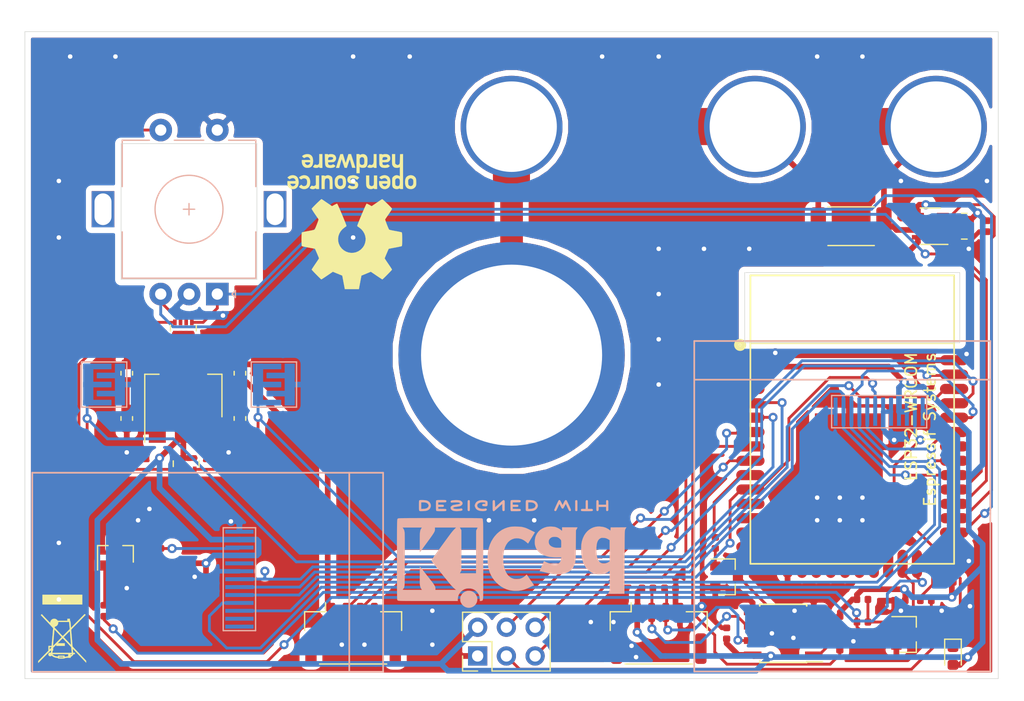
<source format=kicad_pcb>
(kicad_pcb (version 20171130) (host pcbnew 5.1.2+dfsg1-1)
  (layers (0 F.Cu signal) (31 B.Cu signal) (34 B.Paste user) (35 F.Paste user) (36 B.SilkS user) (37 F.SilkS user) (38 B.Mask user) (39 F.Mask user) (44 Edge.Cuts user))
  (net 0 "")
  (net 1 GND)
  (net 2 +3V3)
  (net 3 VCC)
  (net 4 "Net-(D1-Pad1)")
  (net 5 /LCD_RES)
  (net 6 /LCD_MOSI)
  (net 7 /LCD_CLK)
  (net 8 /LCD_CS0)
  (net 9 /LCD_DC)
  (net 10 /LCD240x240/LEDK)
  (net 11 /LCD240x135/LEDK)
  (net 12 "Net-(LCD2-Pad9)")
  (net 13 /LCD_CS1)
  (net 14 "Net-(LCD2-Pad2)")
  (net 15 "Net-(LCD2-Pad1)")
  (net 16 "Net-(Q1-Pad3)")
  (net 17 "Net-(Q1-Pad1)")
  (net 18 "Net-(Q2-Pad3)")
  (net 19 "Net-(Q2-Pad1)")
  (net 20 /ESP32/EN)
  (net 21 /ESP32/GPIO0)
  (net 22 /BTN0)
  (net 23 /BTN1)
  (net 24 /SPI_CS0)
  (net 25 /SPI_CS1)
  (net 26 /SPI_MOSI)
  (net 27 /SPI_CLK)
  (net 28 /SPI_MISO)
  (net 29 "Net-(U1-Pad17)")
  (net 30 "Net-(U1-Pad18)")
  (net 31 "Net-(U1-Pad19)")
  (net 32 "Net-(U1-Pad20)")
  (net 33 "Net-(U1-Pad21)")
  (net 34 "Net-(U1-Pad22)")
  (net 35 /ENC_D)
  (net 36 /ENC_A)
  (net 37 /SCL)
  (net 38 /SDA)
  (net 39 /ENC_B)
  (net 40 "Net-(U1-Pad32)")
  (net 41 /ESP32/RXD)
  (net 42 /ESP32/TXD)
  (net 43 /INA219/VIN-)
  (net 44 /INA219/VIN+)
  (net 45 "Net-(RN1-Pad8)")
  (net 46 "Net-(RN1-Pad7)")
  (net 47 /UART1_RXD)
  (net 48 /UART1_TXD)
  (net 49 /UART2_RXD)
  (net 50 /UART2_TXD)
  (net 51 /SP3485/B)
  (net 52 /SP3485/A)
  (net 53 "Net-(Q4-Pad3)")
  (net 54 "Net-(Q4-Pad1)")
  (net 55 "Net-(R13-Pad1)")
  (net 56 Earth)
  (net 57 "Net-(RN2-Pad3)")
  (net 58 "Net-(RN3-Pad2)")
  (net 59 "Net-(RN3-Pad3)")
  (net 60 /LCD_BLK)
  (module Symbol:WEEE-Logo_4.2x6mm_SilkScreen (layer F.Cu) (at 109.98 120.06 180)
    (fp_text reference REF** hide)
    (fp_text value WEEE-Logo_4.2x6mm_SilkScreen hide)
  )
  (module Symbol:KiCad-Logo2_8mm_SilkScreen (layer B.Cu) (at 149.68 114.26)
    (fp_text reference REF** hide)
    (fp_text value KiCad-Logo2_8mm_SilkScreen hide)
  )
  (module Symbol:OSHW-Logo_11.4x12mm_SilkScreen (layer F.Cu) (at 135.58 84.06 180)
    (fp_text reference REF** hide)
    (fp_text value OSHW-Logo_11.4x12mm_SilkScreen hide)
  )
  (module LCD:IPS1.3'240x240 (layer B.Cu) (at 185.18 96.26 180)
    (fp_text reference LCD1 hide)
    (fp_text value IPS1.3'240x240 hide)
    (pad 12 smd rect (at 6.8726 -4.5974 180) (size 0.35 2.5) (layers B.Cu B.Paste B.Mask) (net 1 GND))
    (pad 11 smd rect (at 6.1726 -4.5974 180) (size 0.35 2.5) (layers B.Cu B.Paste B.Mask) (net 5 /LCD_RES))
    (pad 10 smd rect (at 5.4726 -4.5974 180) (size 0.35 2.5) (layers B.Cu B.Paste B.Mask) (net 6 /LCD_MOSI))
    (pad 9 smd rect (at 4.7726 -4.5974 180) (size 0.35 2.5) (layers B.Cu B.Paste B.Mask) (net 7 /LCD_CLK))
    (pad 8 smd rect (at 4.0726 -4.5974 180) (size 0.35 2.5) (layers B.Cu B.Paste B.Mask) (net 8 /LCD_CS0))
    (pad 7 smd rect (at 3.3726 -4.5974 180) (size 0.35 2.5) (layers B.Cu B.Paste B.Mask) (net 9 /LCD_DC))
    (pad 6 smd rect (at 2.6726 -4.5974 180) (size 0.35 2.5) (layers B.Cu B.Paste B.Mask) (net 1 GND))
    (pad 5 smd rect (at 1.9726 -4.5974 180) (size 0.35 2.5) (layers B.Cu B.Paste B.Mask) (net 1 GND))
    (pad 4 smd rect (at 1.2726 -4.5974 180) (size 0.35 2.5) (layers B.Cu B.Paste B.Mask) (net 2 +3V3))
    (pad 3 smd rect (at 0.5726 -4.5974 180) (size 0.35 2.5) (layers B.Cu B.Paste B.Mask) (net 2 +3V3))
    (pad 2 smd rect (at -0.1274 -4.5974 180) (size 0.35 2.5) (layers B.Cu B.Paste B.Mask) (net 10 /LCD240x240/LEDK))
    (pad 1 smd rect (at -0.8274 -4.5974 180) (size 0.35 2.5) (layers B.Cu B.Paste B.Mask) (net 1 GND))
  )
  (module Resistor_SMD:R_Array_Concave_4x0402 (layer F.Cu) (at 120.93 105.46 90)
    (fp_text reference RN3 hide)
    (fp_text value 10K hide)
    (pad 5 smd rect (at 0.5 0.75 90) (size 0.5 0.32) (layers F.Cu F.Paste F.Mask) (net 2 +3V3))
    (pad 6 smd rect (at 0.5 0.25 90) (size 0.5 0.32) (layers F.Cu F.Paste F.Mask) (net 2 +3V3))
    (pad 8 smd rect (at 0.5 -0.75 90) (size 0.5 0.32) (layers F.Cu F.Paste F.Mask) (net 2 +3V3))
    (pad 7 smd rect (at 0.5 -0.25 90) (size 0.5 0.32) (layers F.Cu F.Paste F.Mask) (net 2 +3V3))
    (pad 4 smd rect (at -0.5 0.75 90) (size 0.5 0.32) (layers F.Cu F.Paste F.Mask) (net 23 /BTN1))
    (pad 2 smd rect (at -0.5 -0.25 90) (size 0.5 0.32) (layers F.Cu F.Paste F.Mask) (net 58 "Net-(RN3-Pad2)"))
    (pad 3 smd rect (at -0.5 0.25 90) (size 0.5 0.32) (layers F.Cu F.Paste F.Mask) (net 59 "Net-(RN3-Pad3)"))
    (pad 1 smd rect (at -0.5 -0.75 90) (size 0.5 0.32) (layers F.Cu F.Paste F.Mask) (net 22 /BTN0))
  )
  (module Resistor_SMD:R_Array_Concave_4x0402 (layer F.Cu) (at 120.68 93.46 270)
    (fp_text reference RN2 hide)
    (fp_text value 10K hide)
    (pad 5 smd rect (at 0.5 0.75 270) (size 0.5 0.32) (layers F.Cu F.Paste F.Mask) (net 2 +3V3))
    (pad 6 smd rect (at 0.5 0.25 270) (size 0.5 0.32) (layers F.Cu F.Paste F.Mask) (net 2 +3V3))
    (pad 8 smd rect (at 0.5 -0.75 270) (size 0.5 0.32) (layers F.Cu F.Paste F.Mask) (net 2 +3V3))
    (pad 7 smd rect (at 0.5 -0.25 270) (size 0.5 0.32) (layers F.Cu F.Paste F.Mask) (net 2 +3V3))
    (pad 4 smd rect (at -0.5 0.75 270) (size 0.5 0.32) (layers F.Cu F.Paste F.Mask) (net 35 /ENC_D))
    (pad 2 smd rect (at -0.5 -0.25 270) (size 0.5 0.32) (layers F.Cu F.Paste F.Mask) (net 39 /ENC_B))
    (pad 3 smd rect (at -0.5 0.25 270) (size 0.5 0.32) (layers F.Cu F.Paste F.Mask) (net 57 "Net-(RN2-Pad3)"))
    (pad 1 smd rect (at -0.5 -0.75 270) (size 0.5 0.32) (layers F.Cu F.Paste F.Mask) (net 36 /ENC_A))
  )
  (module MISC:PWR_BTN (layer F.Cu) (at 149.68 94.46)
    (fp_text reference J7 hide)
    (fp_text value GND hide)
    (pad 1 thru_hole circle (at 0 1.4) (size 20 20) (drill 16) (layers *.Cu *.Mask) (net 56 Earth))
  )
  (module MISC:PCB_BTN (layer B.Cu) (at 126.68 100.46)
    (fp_text reference SW3 hide)
    (fp_text value SW_Push hide)
    (fp_poly (pts (xy 0.2 -3.4) (xy 2.6 -3.4) (xy 2.6 -3.8) (xy 0.2 -3.8)) (layer B.Cu) (width 0.1))
    (fp_poly (pts (xy 1.4 -2.6) (xy 3.8 -2.6) (xy 3.8 -3) (xy 1.4 -3)) (layer B.Cu) (width 0.1))
    (fp_poly (pts (xy 0.2 -1.8) (xy 2.6 -1.8) (xy 2.6 -2.2) (xy 0.2 -2.2)) (layer B.Cu) (width 0.1))
    (fp_poly (pts (xy 1.4 -1) (xy 3.8 -1) (xy 3.8 -1.4) (xy 1.4 -1.4)) (layer B.Cu) (width 0.1))
    (fp_poly (pts (xy 0.2 -0.2) (xy 2.6 -0.2) (xy 2.6 -0.6) (xy 0.2 -0.6)) (layer B.Cu) (width 0.1))
    (fp_poly (pts (xy 0.2 -0.2) (xy 0.2 -3.8) (xy 1 -3.8) (xy 1 -0.2)) (layer B.Cu) (width 0.1))
    (fp_poly (pts (xy 3.8 -0.2) (xy 3.8 -3.8) (xy 3 -3.8) (xy 3 -0.2)) (layer B.Cu) (width 0.1))
    (pad 2 smd roundrect (at 3.4 -2) (size 0.8 3.6) (layers B.Cu B.Mask) (net 1 GND))
    (pad 1 smd roundrect (at 0.6 -2) (size 0.8 3.6) (layers B.Cu B.Mask) (net 23 /BTN1))
  )
  (module MISC:PCB_BTN (layer B.Cu) (at 111.68 100.46)
    (fp_text reference SW2 hide)
    (fp_text value SW_Push hide)
    (fp_poly (pts (xy 0.2 -3.4) (xy 2.6 -3.4) (xy 2.6 -3.8) (xy 0.2 -3.8)) (layer B.Cu) (width 0.1))
    (fp_poly (pts (xy 1.4 -2.6) (xy 3.8 -2.6) (xy 3.8 -3) (xy 1.4 -3)) (layer B.Cu) (width 0.1))
    (fp_poly (pts (xy 0.2 -1.8) (xy 2.6 -1.8) (xy 2.6 -2.2) (xy 0.2 -2.2)) (layer B.Cu) (width 0.1))
    (fp_poly (pts (xy 1.4 -1) (xy 3.8 -1) (xy 3.8 -1.4) (xy 1.4 -1.4)) (layer B.Cu) (width 0.1))
    (fp_poly (pts (xy 0.2 -0.2) (xy 2.6 -0.2) (xy 2.6 -0.6) (xy 0.2 -0.6)) (layer B.Cu) (width 0.1))
    (fp_poly (pts (xy 0.2 -0.2) (xy 0.2 -3.8) (xy 1 -3.8) (xy 1 -0.2)) (layer B.Cu) (width 0.1))
    (fp_poly (pts (xy 3.8 -0.2) (xy 3.8 -3.8) (xy 3 -3.8) (xy 3 -0.2)) (layer B.Cu) (width 0.1))
    (pad 2 smd roundrect (at 3.4 -2) (size 0.8 3.6) (layers B.Cu B.Mask) (net 1 GND))
    (pad 1 smd roundrect (at 0.6 -2) (size 0.8 3.6) (layers B.Cu B.Mask) (net 22 /BTN0))
  )
  (module MISC:JS-910B-4MM (layer F.Cu) (at 149.68 75.66)
    (fp_text reference J6 hide)
    (fp_text value GND hide)
    (fp_poly (pts (xy -1.6002 4.2164) (xy -1.6002 6.0452) (xy 1.5748 6.0452) (xy 1.5748 4.2164) (xy 1.2446 4.2164)) (layer F.Cu) (width 0.1))
    (pad 1 thru_hole circle (at 0 0) (size 9 9) (drill 8) (layers *.Cu *.Mask) (net 56 Earth))
  )
  (module MISC:JS-910B-4MM (layer F.Cu) (at 187.18 75.66 270)
    (fp_text reference J3 hide)
    (fp_text value VIN- hide)
    (fp_poly (pts (xy -1.6002 4.2164) (xy -1.6002 6.0452) (xy 1.5748 6.0452) (xy 1.5748 4.2164) (xy 1.2446 4.2164)) (layer F.Cu) (width 0.1))
    (pad 1 thru_hole circle (at 0 0 270) (size 9 9) (drill 8) (layers *.Cu *.Mask) (net 43 /INA219/VIN-))
  )
  (module MISC:JS-910B-4MM (layer F.Cu) (at 171.18 75.66 270)
    (fp_text reference J2 hide)
    (fp_text value VIN+ hide)
    (fp_poly (pts (xy -1.6002 4.2164) (xy -1.6002 6.0452) (xy 1.5748 6.0452) (xy 1.5748 4.2164) (xy 1.2446 4.2164)) (layer F.Cu) (width 0.1))
    (pad 1 thru_hole circle (at 0 0 270) (size 9 9) (drill 8) (layers *.Cu *.Mask) (net 44 /INA219/VIN+))
  )
  (module Rotary_Encoder:RotaryEncoder_Alps_EC11E-Switch_Vertical_H20mm (layer B.Cu) (at 123.68 90.46 90)
    (fp_text reference SW1 hide)
    (fp_text value Rotary_Encoder_Switch hide)
    (pad S1 thru_hole circle (at 14.5 -5 90) (size 2 2) (drill 1) (layers *.Cu *.Mask) (net 35 /ENC_D))
    (pad S2 thru_hole circle (at 14.5 0 90) (size 2 2) (drill 1) (layers *.Cu *.Mask) (net 1 GND))
    (pad MP thru_hole rect (at 7.5 -10.1 90) (size 3.2 2) (drill oval 2.8 1.5) (layers *.Cu *.Mask))
    (pad MP thru_hole rect (at 7.5 5.1 90) (size 3.2 2) (drill oval 2.8 1.5) (layers *.Cu *.Mask))
    (pad B thru_hole circle (at 0 -5 90) (size 2 2) (drill 1) (layers *.Cu *.Mask) (net 39 /ENC_B))
    (pad C thru_hole circle (at 0 -2.5 90) (size 2 2) (drill 1) (layers *.Cu *.Mask) (net 1 GND))
    (pad A thru_hole rect (at 0 0 90) (size 2 2) (drill 1) (layers *.Cu *.Mask) (net 36 /ENC_A))
  )
  (module Package_SO:SOIC-8_3.9x4.9mm_P1.27mm (layer F.Cu) (at 173.68 120.46 180)
    (fp_text reference U4 hide)
    (fp_text value SP3485EN hide)
    (pad 8 smd rect (at 2.7 -1.905 180) (size 1.55 0.6) (layers F.Cu F.Paste F.Mask) (net 2 +3V3))
    (pad 7 smd rect (at 2.7 -0.635 180) (size 1.55 0.6) (layers F.Cu F.Paste F.Mask) (net 51 /SP3485/B))
    (pad 6 smd rect (at 2.7 0.635 180) (size 1.55 0.6) (layers F.Cu F.Paste F.Mask) (net 52 /SP3485/A))
    (pad 5 smd rect (at 2.7 1.905 180) (size 1.55 0.6) (layers F.Cu F.Paste F.Mask) (net 1 GND))
    (pad 4 smd rect (at -2.7 1.905 180) (size 1.55 0.6) (layers F.Cu F.Paste F.Mask) (net 1 GND))
    (pad 3 smd rect (at -2.7 0.635 180) (size 1.55 0.6) (layers F.Cu F.Paste F.Mask) (net 53 "Net-(Q4-Pad3)"))
    (pad 2 smd rect (at -2.7 -0.635 180) (size 1.55 0.6) (layers F.Cu F.Paste F.Mask) (net 53 "Net-(Q4-Pad3)"))
    (pad 1 smd rect (at -2.7 -1.905 180) (size 1.55 0.6) (layers F.Cu F.Paste F.Mask) (net 55 "Net-(R13-Pad1)"))
  )
  (module Resistor_SMD:R_0402_1005Metric (layer F.Cu) (at 163.68 116.46)
    (fp_text reference R15 hide)
    (fp_text value 4.7K hide)
    (pad 2 smd roundrect (at 0.485 0) (size 0.59 0.64) (layers F.Cu F.Paste F.Mask) (net 1 GND))
    (pad 1 smd roundrect (at -0.485 0) (size 0.59 0.64) (layers F.Cu F.Paste F.Mask) (net 51 /SP3485/B))
  )
  (module Resistor_SMD:R_0402_1005Metric (layer F.Cu) (at 161.68 116.46)
    (fp_text reference R14 hide)
    (fp_text value 4.7K hide)
    (pad 2 smd roundrect (at 0.485 0) (size 0.59 0.64) (layers F.Cu F.Paste F.Mask) (net 52 /SP3485/A))
    (pad 1 smd roundrect (at -0.485 0) (size 0.59 0.64) (layers F.Cu F.Paste F.Mask) (net 2 +3V3))
  )
  (module Resistor_SMD:R_0402_1005Metric (layer F.Cu) (at 178.68 121.46 270)
    (fp_text reference R13 hide)
    (fp_text value 1K hide)
    (pad 2 smd roundrect (at 0.485 0 270) (size 0.59 0.64) (layers F.Cu F.Paste F.Mask) (net 49 /UART2_RXD))
    (pad 1 smd roundrect (at -0.485 0 270) (size 0.59 0.64) (layers F.Cu F.Paste F.Mask) (net 55 "Net-(R13-Pad1)"))
  )
  (module Resistor_SMD:R_0402_1005Metric (layer F.Cu) (at 178.68 119.46 270)
    (fp_text reference R12 hide)
    (fp_text value 4.7K hide)
    (pad 2 smd roundrect (at 0.485 0 270) (size 0.59 0.64) (layers F.Cu F.Paste F.Mask) (net 53 "Net-(Q4-Pad3)"))
    (pad 1 smd roundrect (at -0.485 0 270) (size 0.59 0.64) (layers F.Cu F.Paste F.Mask) (net 2 +3V3))
  )
  (module Resistor_SMD:R_0402_1005Metric (layer F.Cu) (at 167.68 112.46 90)
    (fp_text reference R11 hide)
    (fp_text value 4.7K hide)
    (pad 2 smd roundrect (at 0.485 0 90) (size 0.59 0.64) (layers F.Cu F.Paste F.Mask) (net 50 /UART2_TXD))
    (pad 1 smd roundrect (at -0.485 0 90) (size 0.59 0.64) (layers F.Cu F.Paste F.Mask) (net 54 "Net-(Q4-Pad1)"))
  )
  (module Package_TO_SOT_SMD:SOT-23 (layer F.Cu) (at 168.68 115.46)
    (fp_text reference Q4 hide)
    (fp_text value S8050 hide)
    (pad 3 smd rect (at 1 0) (size 0.9 0.8) (layers F.Cu F.Paste F.Mask) (net 53 "Net-(Q4-Pad3)"))
    (pad 2 smd rect (at -1 0.95) (size 0.9 0.8) (layers F.Cu F.Paste F.Mask) (net 1 GND))
    (pad 1 smd rect (at -1 -0.95) (size 0.9 0.8) (layers F.Cu F.Paste F.Mask) (net 54 "Net-(Q4-Pad1)"))
  )
  (module Connector_Molex:Molex_CLIK-Mate_502386-0470_1x04-1MP_P1.25mm_Horizontal (layer F.Cu) (at 162.68 120.46)
    (fp_text reference J5 hide)
    (fp_text value CON2 hide)
    (pad 1 smd roundrect (at -1.875 -1.85) (size 0.6 1.7) (layers F.Cu F.Paste F.Mask) (net 2 +3V3))
    (pad 2 smd roundrect (at -0.625 -1.85) (size 0.6 1.7) (layers F.Cu F.Paste F.Mask) (net 52 /SP3485/A))
    (pad 3 smd roundrect (at 0.625 -1.85) (size 0.6 1.7) (layers F.Cu F.Paste F.Mask) (net 51 /SP3485/B))
    (pad 4 smd roundrect (at 1.875 -1.85) (size 0.6 1.7) (layers F.Cu F.Paste F.Mask) (net 1 GND))
    (pad MP smd roundrect (at -3.725 1.35) (size 1 2.7) (layers F.Cu F.Paste F.Mask))
    (pad MP smd roundrect (at 3.725 1.35) (size 1 2.7) (layers F.Cu F.Paste F.Mask))
  )
  (module Capacitor_SMD:C_0402_1005Metric (layer F.Cu) (at 168.68 120.46 270)
    (fp_text reference C9 hide)
    (fp_text value 0.1uF hide)
    (pad 2 smd roundrect (at 0.485 0 270) (size 0.59 0.64) (layers F.Cu F.Paste F.Mask) (net 2 +3V3))
    (pad 1 smd roundrect (at -0.485 0 270) (size 0.59 0.64) (layers F.Cu F.Paste F.Mask) (net 1 GND))
  )
  (module Connector_Molex:Molex_CLIK-Mate_502386-0470_1x04-1MP_P1.25mm_Horizontal (layer F.Cu) (at 135.68 120.46)
    (fp_text reference J4 hide)
    (fp_text value CON1 hide)
    (pad 1 smd roundrect (at -1.875 -1.85) (size 0.6 1.7) (layers F.Cu F.Paste F.Mask) (net 3 VCC))
    (pad 2 smd roundrect (at -0.625 -1.85) (size 0.6 1.7) (layers F.Cu F.Paste F.Mask) (net 48 /UART1_TXD))
    (pad 3 smd roundrect (at 0.625 -1.85) (size 0.6 1.7) (layers F.Cu F.Paste F.Mask) (net 47 /UART1_RXD))
    (pad 4 smd roundrect (at 1.875 -1.85) (size 0.6 1.7) (layers F.Cu F.Paste F.Mask) (net 1 GND))
    (pad MP smd roundrect (at -3.725 1.35) (size 1 2.7) (layers F.Cu F.Paste F.Mask))
    (pad MP smd roundrect (at 3.725 1.35) (size 1 2.7) (layers F.Cu F.Paste F.Mask))
  )
  (module Package_TO_SOT_SMD:SOT-23-8 (layer F.Cu) (at 186.68 84.46 180)
    (fp_text reference U3 hide)
    (fp_text value INA219 hide)
    (pad 8 smd rect (at 1.1 -0.98 180) (size 1.06 0.4) (layers F.Cu F.Paste F.Mask) (net 44 /INA219/VIN+))
    (pad 7 smd rect (at 1.1 -0.33 180) (size 1.06 0.4) (layers F.Cu F.Paste F.Mask) (net 43 /INA219/VIN-))
    (pad 6 smd rect (at 1.1 0.33 180) (size 1.06 0.4) (layers F.Cu F.Paste F.Mask) (net 1 GND))
    (pad 5 smd rect (at 1.1 0.98 180) (size 1.06 0.4) (layers F.Cu F.Paste F.Mask) (net 2 +3V3))
    (pad 4 smd rect (at -1.1 0.98 180) (size 1.06 0.4) (layers F.Cu F.Paste F.Mask) (net 37 /SCL))
    (pad 3 smd rect (at -1.1 0.33 180) (size 1.06 0.4) (layers F.Cu F.Paste F.Mask) (net 38 /SDA))
    (pad 2 smd rect (at -1.1 -0.33 180) (size 1.06 0.4) (layers F.Cu F.Paste F.Mask) (net 46 "Net-(RN1-Pad7)"))
    (pad 1 smd rect (at -1.1 -0.98 180) (size 1.06 0.4) (layers F.Cu F.Paste F.Mask) (net 45 "Net-(RN1-Pad8)"))
  )
  (module Resistor_SMD:R_Array_Concave_4x0402 (layer F.Cu) (at 189.68 84.46 180)
    (fp_text reference RN1 hide)
    (fp_text value 10K hide)
    (pad 5 smd rect (at 0.5 0.75 180) (size 0.5 0.32) (layers F.Cu F.Paste F.Mask) (net 37 /SCL))
    (pad 6 smd rect (at 0.5 0.25 180) (size 0.5 0.32) (layers F.Cu F.Paste F.Mask) (net 38 /SDA))
    (pad 8 smd rect (at 0.5 -0.75 180) (size 0.5 0.32) (layers F.Cu F.Paste F.Mask) (net 45 "Net-(RN1-Pad8)"))
    (pad 7 smd rect (at 0.5 -0.25 180) (size 0.5 0.32) (layers F.Cu F.Paste F.Mask) (net 46 "Net-(RN1-Pad7)"))
    (pad 4 smd rect (at -0.5 0.75 180) (size 0.5 0.32) (layers F.Cu F.Paste F.Mask) (net 2 +3V3))
    (pad 2 smd rect (at -0.5 -0.25 180) (size 0.5 0.32) (layers F.Cu F.Paste F.Mask) (net 1 GND))
    (pad 3 smd rect (at -0.5 0.25 180) (size 0.5 0.32) (layers F.Cu F.Paste F.Mask) (net 2 +3V3))
    (pad 1 smd rect (at -0.5 -0.75 180) (size 0.5 0.32) (layers F.Cu F.Paste F.Mask) (net 1 GND))
  )
  (module Resistor_SMD:R_2512_6332Metric (layer F.Cu) (at 179.68 84.46)
    (fp_text reference R10 hide)
    (fp_text value 0.1 hide)
    (pad 2 smd roundrect (at 2.9 0) (size 1.35 3.35) (layers F.Cu F.Paste F.Mask) (roundrect_rratio 0.185185) (net 43 /INA219/VIN-))
    (pad 1 smd roundrect (at -2.9 0) (size 1.35 3.35) (layers F.Cu F.Paste F.Mask) (roundrect_rratio 0.185185) (net 44 /INA219/VIN+))
  )
  (module Capacitor_SMD:C_0402_1005Metric (layer F.Cu) (at 191.68 84.46 90)
    (fp_text reference C8 hide)
    (fp_text value 0.1uF hide)
    (pad 2 smd roundrect (at 0.485 0 90) (size 0.59 0.64) (layers F.Cu F.Paste F.Mask) (net 2 +3V3))
    (pad 1 smd roundrect (at -0.485 0 90) (size 0.59 0.64) (layers F.Cu F.Paste F.Mask) (net 1 GND))
  )
  (module Connector_PinHeader_2.54mm:PinHeader_2x03_P2.54mm_Vertical (layer F.Cu) (at 146.68 122.46 90)
    (fp_text reference J1 hide)
    (fp_text value Debug hide)
    (pad 6 thru_hole oval (at 2.54 5.08 90) (size 1.7 1.7) (drill 1) (layers *.Cu *.Mask) (net 41 /ESP32/RXD))
    (pad 5 thru_hole oval (at 0 5.08 90) (size 1.7 1.7) (drill 1) (layers *.Cu *.Mask) (net 20 /ESP32/EN))
    (pad 4 thru_hole oval (at 2.54 2.54 90) (size 1.7 1.7) (drill 1) (layers *.Cu *.Mask) (net 42 /ESP32/TXD))
    (pad 3 thru_hole oval (at 0 2.54 90) (size 1.7 1.7) (drill 1) (layers *.Cu *.Mask) (net 21 /ESP32/GPIO0))
    (pad 2 thru_hole oval (at 2.54 0 90) (size 1.7 1.7) (drill 1) (layers *.Cu *.Mask) (net 2 +3V3))
    (pad 1 thru_hole rect (at 0 0 90) (size 1.7 1.7) (drill 1) (layers *.Cu *.Mask) (net 1 GND))
  )
  (module Package_TO_SOT_SMD:SOT-223 (layer F.Cu) (at 120.68 99.46 90)
    (fp_text reference U2 hide)
    (fp_text value AMS1117-LDO hide)
    (pad 1 smd rect (at -3.15 -2.3 90) (size 2 1.5) (layers F.Cu F.Paste F.Mask) (net 1 GND))
    (pad 3 smd rect (at -3.15 2.3 90) (size 2 1.5) (layers F.Cu F.Paste F.Mask) (net 3 VCC))
    (pad 2 smd rect (at -3.15 0 90) (size 2 1.5) (layers F.Cu F.Paste F.Mask) (net 2 +3V3))
    (pad 4 smd rect (at 3.15 0 90) (size 2 3.8) (layers F.Cu F.Paste F.Mask) (net 2 +3V3))
  )
  (module Package_TO_SOT_SMD:SOT-23 (layer F.Cu) (at 114.68 113.46 90)
    (fp_text reference Q2 hide)
    (fp_text value S8050 hide)
    (pad 3 smd rect (at 1 0 90) (size 0.9 0.8) (layers F.Cu F.Paste F.Mask) (net 18 "Net-(Q2-Pad3)"))
    (pad 2 smd rect (at -1 0.95 90) (size 0.9 0.8) (layers F.Cu F.Paste F.Mask) (net 1 GND))
    (pad 1 smd rect (at -1 -0.95 90) (size 0.9 0.8) (layers F.Cu F.Paste F.Mask) (net 19 "Net-(Q2-Pad1)"))
  )
  (module Package_TO_SOT_SMD:SOT-23 (layer F.Cu) (at 184.68 120.56)
    (fp_text reference Q1 hide)
    (fp_text value S8050 hide)
    (pad 3 smd rect (at 1 0) (size 0.9 0.8) (layers F.Cu F.Paste F.Mask) (net 16 "Net-(Q1-Pad3)"))
    (pad 2 smd rect (at -1 0.95) (size 0.9 0.8) (layers F.Cu F.Paste F.Mask) (net 1 GND))
    (pad 1 smd rect (at -1 -0.95) (size 0.9 0.8) (layers F.Cu F.Paste F.Mask) (net 17 "Net-(Q1-Pad1)"))
  )
  (module ESP32:ESP32-WROOM (layer F.Cu) (at 179.78 101.56 180)
    (fp_text reference U1 hide)
    (fp_text value ESP32-WROOM hide)
    (fp_text user ESP32-WROOM (at -5.207 0.254 270) (layer F.SilkS))
    (fp_text user "Espressif Systems" (at -6.858 -0.889 270) (layer F.SilkS))
    (pad 39 smd rect (at 0.3 -2.45 180) (size 6 6) (layers F.Cu F.Paste F.Mask) (net 1 GND))
    (pad 1 smd oval (at 9 5.25 180) (size 2.5 0.9) (layers F.Cu F.Paste F.Mask) (net 1 GND))
    (pad 2 smd oval (at 9 3.98 180) (size 2.5 0.9) (layers F.Cu F.Paste F.Mask) (net 2 +3V3))
    (pad 3 smd oval (at 9 2.71 180) (size 2.5 0.9) (layers F.Cu F.Paste F.Mask) (net 20 /ESP32/EN))
    (pad 4 smd oval (at 9 1.44 180) (size 2.5 0.9) (layers F.Cu F.Paste F.Mask) (net 22 /BTN0))
    (pad 5 smd oval (at 9 0.17 180) (size 2.5 0.9) (layers F.Cu F.Paste F.Mask) (net 23 /BTN1))
    (pad 6 smd oval (at 9 -1.1 180) (size 2.5 0.9) (layers F.Cu F.Paste F.Mask) (net 47 /UART1_RXD))
    (pad 7 smd oval (at 9 -2.37 180) (size 2.5 0.9) (layers F.Cu F.Paste F.Mask) (net 49 /UART2_RXD))
    (pad 8 smd oval (at 9 -3.64 180) (size 2.5 0.9) (layers F.Cu F.Paste F.Mask) (net 48 /UART1_TXD))
    (pad 9 smd oval (at 9 -4.91 180) (size 2.5 0.9) (layers F.Cu F.Paste F.Mask) (net 50 /UART2_TXD))
    (pad 10 smd oval (at 9 -6.18 180) (size 2.5 0.9) (layers F.Cu F.Paste F.Mask) (net 9 /LCD_DC))
    (pad 11 smd oval (at 9 -7.45 180) (size 2.5 0.9) (layers F.Cu F.Paste F.Mask) (net 24 /SPI_CS0))
    (pad 12 smd oval (at 9 -8.72 180) (size 2.5 0.9) (layers F.Cu F.Paste F.Mask) (net 25 /SPI_CS1))
    (pad 13 smd oval (at 9 -9.99 180) (size 2.5 0.9) (layers F.Cu F.Paste F.Mask) (net 26 /SPI_MOSI))
    (pad 14 smd oval (at 9 -11.26 180) (size 2.5 0.9) (layers F.Cu F.Paste F.Mask) (net 27 /SPI_CLK))
    (pad 15 smd oval (at 5.715 -12.75 180) (size 0.9 2.5) (layers F.Cu F.Paste F.Mask) (net 1 GND))
    (pad 16 smd oval (at 4.445 -12.75 180) (size 0.9 2.5) (layers F.Cu F.Paste F.Mask) (net 28 /SPI_MISO))
    (pad 17 smd oval (at 3.175 -12.75 180) (size 0.9 2.5) (layers F.Cu F.Paste F.Mask) (net 29 "Net-(U1-Pad17)"))
    (pad 18 smd oval (at 1.905 -12.75 180) (size 0.9 2.5) (layers F.Cu F.Paste F.Mask) (net 30 "Net-(U1-Pad18)"))
    (pad 19 smd oval (at 0.635 -12.75 180) (size 0.9 2.5) (layers F.Cu F.Paste F.Mask) (net 31 "Net-(U1-Pad19)"))
    (pad 20 smd oval (at -0.635 -12.75 180) (size 0.9 2.5) (layers F.Cu F.Paste F.Mask) (net 32 "Net-(U1-Pad20)"))
    (pad 21 smd oval (at -1.905 -12.75 180) (size 0.9 2.5) (layers F.Cu F.Paste F.Mask) (net 33 "Net-(U1-Pad21)"))
    (pad 22 smd oval (at -3.175 -12.75 180) (size 0.9 2.5) (layers F.Cu F.Paste F.Mask) (net 34 "Net-(U1-Pad22)"))
    (pad 23 smd oval (at -4.445 -12.75 180) (size 0.9 2.5) (layers F.Cu F.Paste F.Mask) (net 60 /LCD_BLK))
    (pad 24 smd oval (at -5.715 -12.75 180) (size 0.9 2.5) (layers F.Cu F.Paste F.Mask) (net 35 /ENC_D))
    (pad 25 smd oval (at -9 -11.26 180) (size 2.5 0.9) (layers F.Cu F.Paste F.Mask) (net 21 /ESP32/GPIO0))
    (pad 26 smd oval (at -9 -9.99 180) (size 2.5 0.9) (layers F.Cu F.Paste F.Mask) (net 36 /ENC_A))
    (pad 27 smd oval (at -9 -8.72 180) (size 2.5 0.9) (layers F.Cu F.Paste F.Mask) (net 37 /SCL))
    (pad 28 smd oval (at -9 -7.45 180) (size 2.5 0.9) (layers F.Cu F.Paste F.Mask) (net 38 /SDA))
    (pad 29 smd oval (at -9 -6.18 180) (size 2.5 0.9) (layers F.Cu F.Paste F.Mask) (net 39 /ENC_B))
    (pad 30 smd oval (at -9 -4.91 180) (size 2.5 0.9) (layers F.Cu F.Paste F.Mask) (net 5 /LCD_RES))
    (pad 31 smd oval (at -9 -3.64 180) (size 2.5 0.9) (layers F.Cu F.Paste F.Mask) (net 7 /LCD_CLK))
    (pad 32 smd oval (at -9 -2.37 180) (size 2.5 0.9) (layers F.Cu F.Paste F.Mask) (net 40 "Net-(U1-Pad32)"))
    (pad 33 smd oval (at -9 -1.1 180) (size 2.5 0.9) (layers F.Cu F.Paste F.Mask) (net 8 /LCD_CS0))
    (pad 34 smd oval (at -9 0.17 180) (size 2.5 0.9) (layers F.Cu F.Paste F.Mask) (net 41 /ESP32/RXD))
    (pad 35 smd oval (at -9 1.44 180) (size 2.5 0.9) (layers F.Cu F.Paste F.Mask) (net 42 /ESP32/TXD))
    (pad 36 smd oval (at -9 2.71 180) (size 2.5 0.9) (layers F.Cu F.Paste F.Mask) (net 13 /LCD_CS1))
    (pad 37 smd oval (at -9 3.98 180) (size 2.5 0.9) (layers F.Cu F.Paste F.Mask) (net 6 /LCD_MOSI))
    (pad 38 smd oval (at -9 5.25 180) (size 2.5 0.9) (layers F.Cu F.Paste F.Mask) (net 1 GND))
  )
  (module Resistor_SMD:R_0402_1005Metric (layer F.Cu) (at 118.68 112.46 90)
    (fp_text reference R9 hide)
    (fp_text value 10 hide)
    (pad 2 smd roundrect (at 0.485 0 90) (size 0.59 0.64) (layers F.Cu F.Paste F.Mask) (net 18 "Net-(Q2-Pad3)"))
    (pad 1 smd roundrect (at -0.485 0 90) (size 0.59 0.64) (layers F.Cu F.Paste F.Mask) (net 11 /LCD240x135/LEDK))
  )
  (module Resistor_SMD:R_0402_1005Metric (layer F.Cu) (at 118.68 118.46 90)
    (fp_text reference R8 hide)
    (fp_text value 10K hide)
    (pad 2 smd roundrect (at 0.485 0 90) (size 0.59 0.64) (layers F.Cu F.Paste F.Mask) (net 19 "Net-(Q2-Pad1)"))
    (pad 1 smd roundrect (at -0.485 0 90) (size 0.59 0.64) (layers F.Cu F.Paste F.Mask) (net 2 +3V3))
  )
  (module Resistor_SMD:R_0402_1005Metric (layer F.Cu) (at 113.68 118.46 270)
    (fp_text reference R7 hide)
    (fp_text value 1K hide)
    (pad 2 smd roundrect (at 0.485 0 270) (size 0.59 0.64) (layers F.Cu F.Paste F.Mask) (net 60 /LCD_BLK))
    (pad 1 smd roundrect (at -0.485 0 270) (size 0.59 0.64) (layers F.Cu F.Paste F.Mask) (net 19 "Net-(Q2-Pad1)"))
  )
  (module Resistor_SMD:R_0402_1005Metric (layer F.Cu) (at 186.28 117.56)
    (fp_text reference R6 hide)
    (fp_text value 10 hide)
    (pad 2 smd roundrect (at 0.485 0) (size 0.59 0.64) (layers F.Cu F.Paste F.Mask) (net 16 "Net-(Q1-Pad3)"))
    (pad 1 smd roundrect (at -0.485 0) (size 0.59 0.64) (layers F.Cu F.Paste F.Mask) (net 10 /LCD240x240/LEDK))
  )
  (module Resistor_SMD:R_0402_1005Metric (layer F.Cu) (at 180.68 117.46)
    (fp_text reference R5 hide)
    (fp_text value 10K hide)
    (pad 2 smd roundrect (at 0.485 0) (size 0.59 0.64) (layers F.Cu F.Paste F.Mask) (net 17 "Net-(Q1-Pad1)"))
    (pad 1 smd roundrect (at -0.485 0) (size 0.59 0.64) (layers F.Cu F.Paste F.Mask) (net 2 +3V3))
  )
  (module Resistor_SMD:R_0402_1005Metric (layer F.Cu) (at 180.68 119.46 180)
    (fp_text reference R4 hide)
    (fp_text value 1K hide)
    (pad 2 smd roundrect (at 0.485 0 180) (size 0.59 0.64) (layers F.Cu F.Paste F.Mask) (net 60 /LCD_BLK))
    (pad 1 smd roundrect (at -0.485 0 180) (size 0.59 0.64) (layers F.Cu F.Paste F.Mask) (net 17 "Net-(Q1-Pad1)"))
  )
  (module Resistor_SMD:R_0402_1005Metric (layer F.Cu) (at 188.68 119.46 270)
    (fp_text reference R3 hide)
    (fp_text value 1K hide)
    (pad 2 smd roundrect (at 0.485 0 270) (size 0.59 0.64) (layers F.Cu F.Paste F.Mask) (net 4 "Net-(D1-Pad1)"))
    (pad 1 smd roundrect (at -0.485 0 270) (size 0.59 0.64) (layers F.Cu F.Paste F.Mask) (net 21 /ESP32/GPIO0))
  )
  (module Resistor_SMD:R_0402_1005Metric (layer F.Cu) (at 188.68 115.46 90)
    (fp_text reference R2 hide)
    (fp_text value 10K hide)
    (pad 2 smd roundrect (at 0.485 0 90) (size 0.59 0.64) (layers F.Cu F.Paste F.Mask) (net 21 /ESP32/GPIO0))
    (pad 1 smd roundrect (at -0.485 0 90) (size 0.59 0.64) (layers F.Cu F.Paste F.Mask) (net 2 +3V3))
  )
  (module Resistor_SMD:R_0402_1005Metric (layer F.Cu) (at 166.68 98.46 90)
    (fp_text reference R1 hide)
    (fp_text value 10K hide)
    (pad 2 smd roundrect (at 0.485 0 90) (size 0.59 0.64) (layers F.Cu F.Paste F.Mask) (net 2 +3V3))
    (pad 1 smd roundrect (at -0.485 0 90) (size 0.59 0.64) (layers F.Cu F.Paste F.Mask) (net 20 /ESP32/EN))
  )
  (module LCD:IPS1.14'240x135 (layer B.Cu) (at 136.68 117.06 90)
    (fp_text reference LCD2 hide)
    (fp_text value IPS1.14'240x135 hide)
    (pad 13 smd rect (at 5.5914 -11.049 90) (size 0.35 2.5) (layers B.Cu B.Paste B.Mask) (net 1 GND))
    (pad 12 smd rect (at 4.8914 -11.049 90) (size 0.35 2.5) (layers B.Cu B.Paste B.Mask) (net 2 +3V3))
    (pad 11 smd rect (at 4.1914 -11.049 90) (size 0.35 2.5) (layers B.Cu B.Paste B.Mask) (net 11 /LCD240x135/LEDK))
    (pad 10 smd rect (at 3.4914 -11.049 90) (size 0.35 2.5) (layers B.Cu B.Paste B.Mask) (net 2 +3V3))
    (pad 9 smd rect (at 2.7914 -11.049 90) (size 0.35 2.5) (layers B.Cu B.Paste B.Mask) (net 12 "Net-(LCD2-Pad9)"))
    (pad 8 smd rect (at 2.0914 -11.049 90) (size 0.35 2.5) (layers B.Cu B.Paste B.Mask) (net 1 GND))
    (pad 7 smd rect (at 1.3914 -11.049 90) (size 0.35 2.5) (layers B.Cu B.Paste B.Mask) (net 13 /LCD_CS1))
    (pad 6 smd rect (at 0.6914 -11.049 90) (size 0.35 2.5) (layers B.Cu B.Paste B.Mask) (net 5 /LCD_RES))
    (pad 5 smd rect (at -0.0086 -11.049 90) (size 0.35 2.5) (layers B.Cu B.Paste B.Mask) (net 9 /LCD_DC))
    (pad 4 smd rect (at -0.7086 -11.049 90) (size 0.35 2.5) (layers B.Cu B.Paste B.Mask) (net 7 /LCD_CLK))
    (pad 3 smd rect (at -1.4086 -11.049 90) (size 0.35 2.5) (layers B.Cu B.Paste B.Mask) (net 6 /LCD_MOSI))
    (pad 2 smd rect (at -2.1086 -11.049 90) (size 0.35 2.5) (layers B.Cu B.Paste B.Mask) (net 14 "Net-(LCD2-Pad2)"))
    (pad 1 smd rect (at -2.8086 -11.049 90) (size 0.35 2.5) (layers B.Cu B.Paste B.Mask) (net 15 "Net-(LCD2-Pad1)"))
  )
  (module LED_SMD:LED_0603_1608Metric (layer F.Cu) (at 188.68 122.46 270)
    (fp_text reference D1 hide)
    (fp_text value LED hide)
    (pad 2 smd roundrect (at 0.7875 0 270) (size 0.875 0.95) (layers F.Cu F.Paste F.Mask) (net 2 +3V3))
    (pad 1 smd roundrect (at -0.7875 0 270) (size 0.875 0.95) (layers F.Cu F.Paste F.Mask) (net 4 "Net-(D1-Pad1)"))
  )
  (module Capacitor_SMD:C_0603_1608Metric (layer F.Cu) (at 115.68 101.46 270)
    (fp_text reference C7 hide)
    (fp_text value 1uF hide)
    (pad 2 smd roundrect (at 0.7875 0 270) (size 0.875 0.95) (layers F.Cu F.Paste F.Mask) (net 1 GND))
    (pad 1 smd roundrect (at -0.7875 0 270) (size 0.875 0.95) (layers F.Cu F.Paste F.Mask) (net 2 +3V3))
  )
  (module Capacitor_SMD:C_0603_1608Metric (layer F.Cu) (at 115.68 97.46 90)
    (fp_text reference C6 hide)
    (fp_text value 10uF hide)
    (pad 2 smd roundrect (at 0.7875 0 90) (size 0.875 0.95) (layers F.Cu F.Paste F.Mask) (net 1 GND))
    (pad 1 smd roundrect (at -0.7875 0 90) (size 0.875 0.95) (layers F.Cu F.Paste F.Mask) (net 2 +3V3))
  )
  (module Capacitor_SMD:C_0603_1608Metric (layer F.Cu) (at 125.68 101.46 270)
    (fp_text reference C5 hide)
    (fp_text value 1uF hide)
    (pad 2 smd roundrect (at 0.7875 0 270) (size 0.875 0.95) (layers F.Cu F.Paste F.Mask) (net 1 GND))
    (pad 1 smd roundrect (at -0.7875 0 270) (size 0.875 0.95) (layers F.Cu F.Paste F.Mask) (net 3 VCC))
  )
  (module Capacitor_SMD:C_0603_1608Metric (layer F.Cu) (at 125.68 97.46 90)
    (fp_text reference C4 hide)
    (fp_text value 10uF hide)
    (pad 2 smd roundrect (at 0.7875 0 90) (size 0.875 0.95) (layers F.Cu F.Paste F.Mask) (net 1 GND))
    (pad 1 smd roundrect (at -0.7875 0 90) (size 0.875 0.95) (layers F.Cu F.Paste F.Mask) (net 3 VCC))
  )
  (module Capacitor_SMD:C_0402_1005Metric (layer F.Cu) (at 118.68 114.945 90)
    (fp_text reference C3 hide)
    (fp_text value 0.1uF hide)
    (pad 2 smd roundrect (at 0.485 0 90) (size 0.59 0.64) (layers F.Cu F.Paste F.Mask) (net 2 +3V3))
    (pad 1 smd roundrect (at -0.485 0 90) (size 0.59 0.64) (layers F.Cu F.Paste F.Mask) (net 1 GND))
  )
  (module Capacitor_SMD:C_0402_1005Metric (layer F.Cu) (at 183.98 117.56)
    (fp_text reference C2 hide)
    (fp_text value 0.1uF hide)
    (pad 2 smd roundrect (at 0.485 0) (size 0.59 0.64) (layers F.Cu F.Paste F.Mask) (net 2 +3V3))
    (pad 1 smd roundrect (at -0.485 0) (size 0.59 0.64) (layers F.Cu F.Paste F.Mask) (net 1 GND))
  )
  (module Capacitor_SMD:C_0402_1005Metric (layer F.Cu) (at 166.68 96.46 90)
    (fp_text reference C1 hide)
    (fp_text value 0.1uF hide)
    (pad 2 smd roundrect (at 0.485 0 90) (size 0.59 0.64) (layers F.Cu F.Paste F.Mask) (net 1 GND))
    (pad 1 smd roundrect (at -0.485 0 90) (size 0.59 0.64) (layers F.Cu F.Paste F.Mask) (net 2 +3V3))
  )
  (gr_line (start 189.28 94.76) (end 170.28 94.76) (layer Edge.Cuts) (width 0.05))
  (gr_line (start 170.28 88.56) (end 189.28 88.56) (layer Edge.Cuts) (width 0.05))
  (gr_line (start 192.68 88.86) (end 192.68 94.76) (layer Edge.Cuts) (width 0.05))
  (gr_line (start 189.28 88.56) (end 189.28 94.76) (layer Edge.Cuts) (width 0.05))
  (gr_line (start 192.68 94.76) (end 192.68 124.46) (layer Edge.Cuts) (width 0.05))
  (gr_line (start 192.68 67.26) (end 192.68 88.86) (layer Edge.Cuts) (width 0.05))
  (gr_line (start 170.28 88.56) (end 170.28 94.76) (layer Edge.Cuts) (width 0.05))
  (gr_line (start 127.18 77.16) (end 115.18 77.16) (layer Edge.Cuts) (width 0.05))
  (gr_line (start 127.18 89.16) (end 127.18 77.16) (layer Edge.Cuts) (width 0.05))
  (gr_line (start 115.18 89.16) (end 127.18 89.16) (layer Edge.Cuts) (width 0.05))
  (gr_line (start 115.18 77.16) (end 115.18 89.16) (layer Edge.Cuts) (width 0.05))
  (gr_line (start 192.68 67.26) (end 106.68 67.26) (layer Edge.Cuts) (width 0.05))
  (gr_line (start 106.68 124.46) (end 192.68 124.46) (layer Edge.Cuts) (width 0.05))
  (gr_line (start 106.68 67.26) (end 106.68 124.46) (layer Edge.Cuts) (width 0.05))
  (segment (start 164.58 118.585) (end 164.555 118.61) (width 0.25) (layer F.Cu) (net 1))
  (via (at 176.68 108.46) (size 0.8) (drill 0.4) (layers F.Cu B.Cu) (net 1))
  (via (at 178.68 108.46) (size 0.8) (drill 0.4) (layers F.Cu B.Cu) (net 1))
  (via (at 180.68 108.46) (size 0.8) (drill 0.4) (layers F.Cu B.Cu) (net 1))
  (via (at 176.68 110.46) (size 0.8) (drill 0.4) (layers F.Cu B.Cu) (net 1))
  (via (at 178.68 110.46) (size 0.8) (drill 0.4) (layers F.Cu B.Cu) (net 1))
  (via (at 180.68 110.46) (size 0.8) (drill 0.4) (layers F.Cu B.Cu) (net 1))
  (via (at 170.68 86.46) (size 0.8) (drill 0.4) (layers F.Cu B.Cu) (net 1))
  (via (at 166.68 86.46) (size 0.8) (drill 0.4) (layers F.Cu B.Cu) (net 1))
  (via (at 162.68 86.46) (size 0.8) (drill 0.4) (layers F.Cu B.Cu) (net 1))
  (via (at 162.68 90.46) (size 0.8) (drill 0.4) (layers F.Cu B.Cu) (net 1))
  (via (at 162.68 94.46) (size 0.8) (drill 0.4) (layers F.Cu B.Cu) (net 1))
  (via (at 162.68 98.46) (size 0.8) (drill 0.4) (layers F.Cu B.Cu) (net 1))
  (via (at 157.68 69.46) (size 0.8) (drill 0.4) (layers F.Cu B.Cu) (net 1))
  (via (at 162.68 69.46) (size 0.8) (drill 0.4) (layers F.Cu B.Cu) (net 1))
  (via (at 176.68 69.46) (size 0.8) (drill 0.4) (layers F.Cu B.Cu) (net 1))
  (via (at 180.68 69.46) (size 0.8) (drill 0.4) (layers F.Cu B.Cu) (net 1))
  (via (at 140.68 69.46) (size 0.8) (drill 0.4) (layers F.Cu B.Cu) (net 1))
  (via (at 135.68 69.46) (size 0.8) (drill 0.4) (layers F.Cu B.Cu) (net 1))
  (via (at 110.68 69.46) (size 0.8) (drill 0.4) (layers F.Cu B.Cu) (net 1))
  (via (at 114.68 69.46) (size 0.8) (drill 0.4) (layers F.Cu B.Cu) (net 1))
  (via (at 109.68 80.46) (size 0.8) (drill 0.4) (layers F.Cu B.Cu) (net 1))
  (via (at 109.68 85.46) (size 0.8) (drill 0.4) (layers F.Cu B.Cu) (net 1))
  (via (at 135.68 80.46) (size 0.8) (drill 0.4) (layers F.Cu B.Cu) (net 1))
  (via (at 135.68 85.46) (size 0.8) (drill 0.4) (layers F.Cu B.Cu) (net 1))
  (via (at 109.68 112.46) (size 0.8) (drill 0.4) (layers F.Cu B.Cu) (net 1))
  (via (at 109.68 117.46) (size 0.8) (drill 0.4) (layers F.Cu B.Cu) (net 1))
  (via (at 147.68 110.46) (size 0.8) (drill 0.4) (layers F.Cu B.Cu) (net 1))
  (via (at 151.68 110.46) (size 0.8) (drill 0.4) (layers F.Cu B.Cu) (net 1))
  (via (at 191.68 80.46) (size 0.8) (drill 0.4) (layers F.Cu B.Cu) (net 1))
  (via (at 160.28 121.56) (size 0.8) (drill 0.4) (layers F.Cu B.Cu) (net 1))
  (via (at 142.68 121.46) (size 0.8) (drill 0.4) (layers F.Cu B.Cu) (net 1))
  (via (at 142.68 118.46) (size 0.8) (drill 0.4) (layers F.Cu B.Cu) (net 1))
  (via (at 134.68 121.46) (size 0.8) (drill 0.4) (layers F.Cu B.Cu) (net 1))
  (via (at 136.68 121.46) (size 0.8) (drill 0.4) (layers F.Cu B.Cu) (net 1))
  (via (at 174.68 118.46) (size 0.8) (drill 0.4) (layers F.Cu B.Cu) (net 1))
  (via (at 172.68 120.46) (size 0.8) (drill 0.4) (layers F.Cu B.Cu) (net 1))
  (via (at 187.68 118.46) (size 0.8) (drill 0.4) (layers F.Cu B.Cu) (net 1))
  (via (at 156.68 119.46) (size 0.8) (drill 0.4) (layers F.Cu B.Cu) (net 1))
  (via (at 158.68 119.46) (size 0.8) (drill 0.4) (layers F.Cu B.Cu) (net 1))
  (via (at 124.68 104.46) (size 0.8) (drill 0.4) (layers F.Cu B.Cu) (net 1))
  (via (at 115.68 104.46) (size 0.8) (drill 0.4) (layers F.Cu B.Cu) (net 1))
  (via (at 115.68 116.46) (size 0.8) (drill 0.4) (layers F.Cu B.Cu) (net 1))
  (via (at 121.68 115.46) (size 0.8) (drill 0.4) (layers F.Cu B.Cu) (net 1))
  (via (at 117.68 109.46) (size 0.8) (drill 0.4) (layers F.Cu B.Cu) (net 1))
  (via (at 116.68 110.46) (size 0.8) (drill 0.4) (layers F.Cu B.Cu) (net 1))
  (via (at 124.18 92.36) (size 0.8) (drill 0.4) (layers F.Cu B.Cu) (net 1))
  (segment (start 115.08 98.46) (end 117.08 98.46) (width 0.5) (layer B.Cu) (net 1))
  (via (at 124.88 110.56) (size 0.8) (drill 0.4) (layers F.Cu B.Cu) (net 1))
  (segment (start 130.08 98.46) (end 131.78 98.46) (width 0.5) (layer B.Cu) (net 1))
  (segment (start 164.165 118.22) (end 164.555 118.61) (width 0.5) (layer F.Cu) (net 1))
  (segment (start 164.165 116.46) (end 164.165 118.22) (width 0.5) (layer F.Cu) (net 1))
  (segment (start 172.68 119.894315) (end 172.68 120.46) (width 0.5) (layer F.Cu) (net 1))
  (segment (start 172.68 119.78) (end 172.68 119.894315) (width 0.5) (layer F.Cu) (net 1))
  (segment (start 171.455 118.555) (end 172.68 119.78) (width 0.5) (layer F.Cu) (net 1))
  (segment (start 170.98 118.555) (end 171.455 118.555) (width 0.5) (layer F.Cu) (net 1))
  (via (at 179.88 121.16) (size 0.8) (drill 0.4) (layers F.Cu B.Cu) (net 1))
  (segment (start 170.98 117.755) (end 170.285 117.06) (width 0.5) (layer F.Cu) (net 1))
  (segment (start 170.98 118.555) (end 170.98 117.755) (width 0.5) (layer F.Cu) (net 1))
  (segment (start 170.285 117.06) (end 169.28 117.06) (width 0.5) (layer F.Cu) (net 1))
  (via (at 189.88 95.76) (size 0.8) (drill 0.4) (layers F.Cu B.Cu) (net 1))
  (via (at 184.08 80.46) (size 0.8) (drill 0.4) (layers F.Cu B.Cu) (net 1))
  (segment (start 184.65 84.13) (end 184.18 83.66) (width 0.4) (layer F.Cu) (net 1))
  (segment (start 185.58 84.13) (end 184.65 84.13) (width 0.4) (layer F.Cu) (net 1))
  (segment (start 189.33 96.31) (end 189.88 95.76) (width 0.4) (layer F.Cu) (net 1))
  (segment (start 188.78 96.31) (end 189.33 96.31) (width 0.4) (layer F.Cu) (net 1))
  (segment (start 168.26 119.975) (end 167.38 119.095) (width 0.4) (layer F.Cu) (net 1))
  (segment (start 168.68 119.975) (end 168.26 119.975) (width 0.4) (layer F.Cu) (net 1))
  (segment (start 190.18 85.21) (end 190.18 84.86001) (width 0.4) (layer F.Cu) (net 1))
  (via (at 172.98 95.66) (size 0.8) (drill 0.4) (layers F.Cu B.Cu) (net 1))
  (via (at 160.68 122.56) (size 0.8) (drill 0.4) (layers F.Cu B.Cu) (net 1))
  (via (at 166.48 118.06) (size 0.8) (drill 0.4) (layers F.Cu B.Cu) (net 1))
  (via (at 190.18 118.06) (size 0.8) (drill 0.4) (layers F.Cu B.Cu) (net 1))
  (via (at 190.08 114.06) (size 0.8) (drill 0.4) (layers F.Cu B.Cu) (net 1))
  (via (at 183.48 103.36) (size 0.8) (drill 0.4) (layers F.Cu B.Cu) (net 1))
  (via (at 174.58 120.86) (size 0.8) (drill 0.4) (layers F.Cu B.Cu) (net 1))
  (segment (start 184.18 83.66) (end 184.18 83.26) (width 0.4) (layer F.Cu) (net 1))
  (via (at 184.080002 118.46) (size 0.8) (drill 0.4) (layers F.Cu B.Cu) (net 1))
  (via (at 190.08 86.46) (size 0.8) (drill 0.4) (layers F.Cu B.Cu) (net 1))
  (segment (start 191.68 84.945) (end 190.995 84.945) (width 0.4) (layer F.Cu) (net 1))
  (segment (start 190.995 84.945) (end 190.28 85.66) (width 0.4) (layer F.Cu) (net 1))
  (segment (start 182.5074 100.8574) (end 183.2074 100.8574) (width 0.4) (layer B.Cu) (net 1))
  (segment (start 182.5074 102.3874) (end 183.48 103.36) (width 0.4) (layer B.Cu) (net 1))
  (segment (start 182.5074 100.8574) (end 182.5074 102.3874) (width 0.4) (layer B.Cu) (net 1))
  (segment (start 186.5824 100.8574) (end 187.08 101.355) (width 0.4) (layer B.Cu) (net 1))
  (segment (start 186.0074 100.8574) (end 186.5824 100.8574) (width 0.4) (layer B.Cu) (net 1))
  (segment (start 125.631 114.9686) (end 123.5714 114.9686) (width 0.4) (layer B.Cu) (net 1))
  (segment (start 123.5714 114.9686) (end 123.18 115.36) (width 0.4) (layer B.Cu) (net 1))
  (segment (start 160.805 116.85) (end 161.195 116.46) (width 0.5) (layer F.Cu) (net 2))
  (segment (start 160.805 118.61) (end 160.805 116.85) (width 0.5) (layer F.Cu) (net 2))
  (segment (start 166.68 96.945) (end 166.68 97.975) (width 0.5) (layer F.Cu) (net 2))
  (segment (start 120.18 104.96) (end 121.68 104.96) (width 0.5) (layer F.Cu) (net 2))
  (segment (start 121.43 93.96) (end 119.93 93.96) (width 0.5) (layer F.Cu) (net 2))
  (segment (start 120.43 96.06) (end 120.68 96.31) (width 0.5) (layer F.Cu) (net 2))
  (segment (start 120.43 93.96) (end 120.43 96.06) (width 0.5) (layer F.Cu) (net 2))
  (segment (start 118.58 107.6176) (end 118.58 104.96) (width 0.5) (layer B.Cu) (net 2))
  (segment (start 118.58 104.96) (end 118.58 104.96) (width 0.5) (layer B.Cu) (net 2))
  (via (at 118.58 104.96) (size 0.8) (drill 0.4) (layers F.Cu B.Cu) (net 2))
  (segment (start 120.68 102.86) (end 120.68 102.61) (width 0.5) (layer F.Cu) (net 2))
  (segment (start 118.58 104.96) (end 120.68 102.86) (width 0.5) (layer F.Cu) (net 2))
  (segment (start 119.1 114.46) (end 119.3 114.26) (width 0.5) (layer F.Cu) (net 2))
  (segment (start 118.68 114.46) (end 119.1 114.46) (width 0.5) (layer F.Cu) (net 2))
  (segment (start 119.3 114.26) (end 122.68 114.26) (width 0.5) (layer F.Cu) (net 2))
  (segment (start 122.68 114.26) (end 122.68 114.26) (width 0.5) (layer F.Cu) (net 2))
  (via (at 122.68 114.26) (size 0.8) (drill 0.4) (layers F.Cu B.Cu) (net 2))
  (segment (start 122.68 114.26) (end 122.88 114.06) (width 0.5) (layer B.Cu) (net 2))
  (via (at 184.38 98.26) (size 0.8) (drill 0.4) (layers F.Cu B.Cu) (net 2))
  (segment (start 169.955 122.365) (end 170.98 122.365) (width 0.5) (layer F.Cu) (net 2))
  (segment (start 169.705 122.365) (end 169.955 122.365) (width 0.5) (layer F.Cu) (net 2))
  (segment (start 168.68 121.34) (end 169.705 122.365) (width 0.5) (layer F.Cu) (net 2))
  (segment (start 168.68 120.945) (end 168.68 121.34) (width 0.5) (layer F.Cu) (net 2))
  (via (at 190.853963 83.285) (size 0.8) (drill 0.4) (layers F.Cu B.Cu) (net 2))
  (segment (start 191.68 83.975) (end 191.543963 83.975) (width 0.5) (layer F.Cu) (net 2))
  (segment (start 191.543963 83.975) (end 190.853963 83.285) (width 0.5) (layer F.Cu) (net 2))
  (via (at 186.28 82.56) (size 0.8) (drill 0.4) (layers F.Cu B.Cu) (net 2))
  (segment (start 190.853963 83.285) (end 190.128963 82.56) (width 0.5) (layer B.Cu) (net 2))
  (segment (start 190.128963 82.56) (end 186.28 82.56) (width 0.5) (layer B.Cu) (net 2))
  (segment (start 185.58 82.694315) (end 185.58 83.48) (width 0.5) (layer F.Cu) (net 2))
  (segment (start 186.28 82.56) (end 185.714315 82.56) (width 0.5) (layer F.Cu) (net 2))
  (segment (start 185.714315 82.56) (end 185.58 82.694315) (width 0.5) (layer F.Cu) (net 2))
  (segment (start 191.305009 114.534991) (end 188.58 117.26) (width 0.5) (layer B.Cu) (net 2))
  (via (at 188.58 117.26) (size 0.8) (drill 0.4) (layers F.Cu B.Cu) (net 2))
  (segment (start 188.58 116.045) (end 188.68 115.945) (width 0.5) (layer F.Cu) (net 2))
  (segment (start 188.58 117.26) (end 188.58 116.045) (width 0.5) (layer F.Cu) (net 2))
  (segment (start 191.305009 114.385009) (end 191.305009 121.234991) (width 0.5) (layer B.Cu) (net 2))
  (segment (start 191.305009 114.385009) (end 191.305009 114.534991) (width 0.5) (layer B.Cu) (net 2))
  (via (at 189.98 122.56) (size 0.8) (drill 0.4) (layers F.Cu B.Cu) (net 2))
  (segment (start 191.305009 121.234991) (end 189.98 122.56) (width 0.5) (layer B.Cu) (net 2))
  (via (at 172.58 122.459991) (size 0.8) (drill 0.4) (layers F.Cu B.Cu) (net 2))
  (segment (start 171.074991 122.459991) (end 170.98 122.365) (width 0.5) (layer F.Cu) (net 2))
  (segment (start 172.58 122.459991) (end 171.074991 122.459991) (width 0.5) (layer F.Cu) (net 2))
  (via (at 160.78 120.36) (size 0.8) (drill 0.4) (layers F.Cu B.Cu) (net 2))
  (segment (start 160.78 118.635) (end 160.805 118.61) (width 0.5) (layer F.Cu) (net 2))
  (segment (start 160.78 120.36) (end 160.78 118.635) (width 0.5) (layer F.Cu) (net 2))
  (segment (start 172.680009 122.56) (end 172.58 122.459991) (width 0.5) (layer B.Cu) (net 2))
  (segment (start 189.98 122.56) (end 172.680009 122.56) (width 0.5) (layer B.Cu) (net 2))
  (segment (start 118.68 118.945) (end 119.995 118.945) (width 0.5) (layer F.Cu) (net 2))
  (segment (start 122.68 116.26) (end 122.68 114.26) (width 0.5) (layer F.Cu) (net 2))
  (segment (start 119.995 118.945) (end 122.68 116.26) (width 0.5) (layer F.Cu) (net 2))
  (segment (start 184.465 116.645) (end 184.38 116.56) (width 0.5) (layer F.Cu) (net 2))
  (segment (start 184.465 117.56) (end 184.465 116.645) (width 0.5) (layer F.Cu) (net 2))
  (segment (start 188.58 117.26) (end 185.08 117.26) (width 0.5) (layer B.Cu) (net 2))
  (segment (start 184.779999 116.959999) (end 184.38 116.56) (width 0.5) (layer B.Cu) (net 2))
  (segment (start 185.08 117.26) (end 184.779999 116.959999) (width 0.5) (layer B.Cu) (net 2))
  (via (at 184.38 116.56) (size 0.8) (drill 0.4) (layers F.Cu B.Cu) (net 2))
  (segment (start 120.68 96.31) (end 120.68 102.61) (width 0.5) (layer F.Cu) (net 2))
  (segment (start 120.68 102.36) (end 120.68 102.61) (width 0.5) (layer F.Cu) (net 2))
  (segment (start 115.68 100.6725) (end 118.9925 100.6725) (width 0.5) (layer F.Cu) (net 2))
  (segment (start 118.9925 100.6725) (end 120.68 102.36) (width 0.5) (layer F.Cu) (net 2))
  (segment (start 115.68 98.2475) (end 115.68 100.6725) (width 0.5) (layer F.Cu) (net 2))
  (segment (start 120.68 102.61) (end 120.68 104.96) (width 0.5) (layer F.Cu) (net 2))
  (segment (start 180.195 117.04) (end 180.195 117.46) (width 0.5) (layer F.Cu) (net 2))
  (segment (start 180.675 116.56) (end 180.195 117.04) (width 0.5) (layer F.Cu) (net 2))
  (segment (start 184.38 116.56) (end 180.675 116.56) (width 0.5) (layer F.Cu) (net 2))
  (segment (start 178.68 118.58) (end 178.68 118.975) (width 0.5) (layer F.Cu) (net 2))
  (segment (start 179.8 117.46) (end 178.68 118.58) (width 0.5) (layer F.Cu) (net 2))
  (segment (start 180.195 117.46) (end 179.8 117.46) (width 0.5) (layer F.Cu) (net 2))
  (segment (start 189.2925 123.2475) (end 189.98 122.56) (width 0.5) (layer F.Cu) (net 2))
  (segment (start 188.68 123.2475) (end 189.2925 123.2475) (width 0.5) (layer F.Cu) (net 2))
  (segment (start 167.315 97.58) (end 170.78 97.58) (width 0.5) (layer F.Cu) (net 2))
  (segment (start 166.68 96.945) (end 167.315 97.58) (width 0.5) (layer F.Cu) (net 2))
  (segment (start 186.045001 98.659999) (end 190.08 102.694998) (width 0.5) (layer B.Cu) (net 2))
  (segment (start 184.38 98.26) (end 184.779999 98.659999) (width 0.5) (layer B.Cu) (net 2))
  (segment (start 184.779999 98.659999) (end 186.045001 98.659999) (width 0.5) (layer B.Cu) (net 2))
  (segment (start 190.08 111.36) (end 191.305009 112.585009) (width 0.5) (layer B.Cu) (net 2))
  (segment (start 191.305009 112.585009) (end 191.305009 114.385009) (width 0.5) (layer B.Cu) (net 2))
  (segment (start 190.08 102.694998) (end 190.08 106.76) (width 0.5) (layer B.Cu) (net 2))
  (segment (start 190.08 106.76) (end 190.08 111.36) (width 0.5) (layer B.Cu) (net 2))
  (segment (start 191.304969 105.535031) (end 190.08 106.76) (width 0.5) (layer B.Cu) (net 2))
  (segment (start 190.853963 83.285) (end 191.304969 83.736006) (width 0.5) (layer B.Cu) (net 2))
  (segment (start 191.304969 83.736006) (end 191.304969 105.535031) (width 0.5) (layer B.Cu) (net 2))
  (segment (start 162.879991 122.459991) (end 160.78 120.36) (width 0.5) (layer B.Cu) (net 2))
  (segment (start 163.279991 122.459991) (end 162.879991 122.459991) (width 0.5) (layer B.Cu) (net 2))
  (segment (start 172.58 122.459991) (end 163.279991 122.459991) (width 0.5) (layer B.Cu) (net 2))
  (segment (start 113.08 110.46) (end 118.58 104.96) (width 0.5) (layer B.Cu) (net 2))
  (segment (start 113.08 121.06) (end 113.08 110.46) (width 0.5) (layer B.Cu) (net 2))
  (segment (start 115.18 123.16) (end 113.08 121.06) (width 0.5) (layer B.Cu) (net 2))
  (segment (start 146.68 119.92) (end 143.44 123.16) (width 0.5) (layer B.Cu) (net 2))
  (segment (start 172.180001 122.85999) (end 172.58 122.459991) (width 0.5) (layer B.Cu) (net 2))
  (segment (start 171.27999 123.760001) (end 172.180001 122.85999) (width 0.5) (layer B.Cu) (net 2))
  (segment (start 143.44 123.16) (end 137.68 123.16) (width 0.5) (layer B.Cu) (net 2))
  (segment (start 137.68 123.16) (end 115.18 123.16) (width 0.5) (layer B.Cu) (net 2))
  (segment (start 144.040001 123.760001) (end 144.779999 123.760001) (width 0.5) (layer B.Cu) (net 2))
  (segment (start 143.44 123.16) (end 144.040001 123.760001) (width 0.5) (layer B.Cu) (net 2))
  (segment (start 144.779999 123.760001) (end 171.27999 123.760001) (width 0.5) (layer B.Cu) (net 2))
  (segment (start 183.504988 97.384988) (end 184.38 98.26) (width 0.5) (layer F.Cu) (net 2))
  (segment (start 183 96.88) (end 183.504988 97.384988) (width 0.5) (layer F.Cu) (net 2))
  (segment (start 173.23 96.88) (end 183 96.88) (width 0.5) (layer F.Cu) (net 2))
  (segment (start 172.53 97.58) (end 173.23 96.88) (width 0.5) (layer F.Cu) (net 2))
  (segment (start 170.78 97.58) (end 172.53 97.58) (width 0.5) (layer F.Cu) (net 2))
  (segment (start 190.853963 83.285) (end 190.28 83.858963) (width 0.5) (layer F.Cu) (net 2))
  (segment (start 190.28 83.858963) (end 190.28 84.099999) (width 0.5) (layer F.Cu) (net 2))
  (segment (start 123.131 112.1686) (end 125.631 112.1686) (width 0.5) (layer B.Cu) (net 2))
  (segment (start 121.9512 110.9888) (end 123.131 112.1686) (width 0.5) (layer B.Cu) (net 2))
  (segment (start 121.9512 110.9888) (end 118.58 107.6176) (width 0.5) (layer B.Cu) (net 2))
  (segment (start 123.3714 113.5686) (end 125.631 113.5686) (width 0.5) (layer B.Cu) (net 2))
  (segment (start 122.68 114.26) (end 123.3714 113.5686) (width 0.5) (layer B.Cu) (net 2))
  (segment (start 183.9074 98.7326) (end 183.9074 100.8574) (width 0.5) (layer B.Cu) (net 2))
  (segment (start 184.38 98.26) (end 183.9074 98.7326) (width 0.5) (layer B.Cu) (net 2))
  (segment (start 183.9074 100.8574) (end 184.6074 100.8574) (width 0.5) (layer B.Cu) (net 2))
  (segment (start 127.166002 113.5686) (end 125.631 113.5686) (width 0.5) (layer B.Cu) (net 2))
  (segment (start 127.331001 113.403601) (end 127.166002 113.5686) (width 0.5) (layer B.Cu) (net 2))
  (segment (start 127.331001 112.333599) (end 127.331001 113.403601) (width 0.5) (layer B.Cu) (net 2))
  (segment (start 127.166002 112.1686) (end 127.331001 112.333599) (width 0.5) (layer B.Cu) (net 2))
  (segment (start 125.631 112.1686) (end 127.166002 112.1686) (width 0.5) (layer B.Cu) (net 2))
  (segment (start 133.43429 105.42679) (end 133.43429 118.23929) (width 0.5) (layer F.Cu) (net 3))
  (segment (start 133.43429 118.23929) (end 133.805 118.61) (width 0.5) (layer F.Cu) (net 3))
  (segment (start 125.68 98.2475) (end 126.255 98.2475) (width 0.5) (layer F.Cu) (net 3))
  (segment (start 126.255 98.2475) (end 133.43429 105.42679) (width 0.5) (layer F.Cu) (net 3))
  (segment (start 125.68 100.6725) (end 125.68 98.2475) (width 0.5) (layer F.Cu) (net 3))
  (segment (start 122.98 102.36) (end 124.6675 100.6725) (width 0.5) (layer F.Cu) (net 3))
  (segment (start 125.105 100.6725) (end 125.68 100.6725) (width 0.5) (layer F.Cu) (net 3))
  (segment (start 124.6675 100.6725) (end 125.105 100.6725) (width 0.5) (layer F.Cu) (net 3))
  (segment (start 122.98 102.61) (end 122.98 102.36) (width 0.5) (layer F.Cu) (net 3))
  (segment (start 188.68 121.6725) (end 188.68 119.945) (width 0.25) (layer F.Cu) (net 4))
  (segment (start 183.11 106.46) (end 183.914315 106.46) (width 0.25) (layer B.Cu) (net 5))
  (segment (start 188.78 106.47) (end 184.49 106.47) (width 0.25) (layer F.Cu) (net 5))
  (segment (start 184.49 106.47) (end 184.48 106.46) (width 0.25) (layer F.Cu) (net 5))
  (segment (start 183.914315 106.46) (end 184.48 106.46) (width 0.25) (layer B.Cu) (net 5))
  (via (at 184.48 106.46) (size 0.8) (drill 0.4) (layers F.Cu B.Cu) (net 5))
  (segment (start 179.0074 102.3574) (end 179.0074 100.8574) (width 0.25) (layer B.Cu) (net 5))
  (segment (start 179.995 103.345) (end 179.0074 102.3574) (width 0.25) (layer B.Cu) (net 5))
  (segment (start 179.995 103.345) (end 183.11 106.46) (width 0.25) (layer B.Cu) (net 5))
  (segment (start 132.295735 115.035035) (end 130.96217 116.3686) (width 0.25) (layer B.Cu) (net 5))
  (segment (start 165.404967 115.035035) (end 132.295735 115.035035) (width 0.25) (layer B.Cu) (net 5))
  (segment (start 179.0074 100.8574) (end 179.0074 99.3574) (width 0.25) (layer B.Cu) (net 5))
  (segment (start 179.0074 99.3574) (end 178.71 99.06) (width 0.25) (layer B.Cu) (net 5))
  (segment (start 178.71 99.06) (end 177.807 99.06) (width 0.25) (layer B.Cu) (net 5))
  (segment (start 177.807 99.06) (end 174.480022 102.386976) (width 0.25) (layer B.Cu) (net 5))
  (segment (start 174.480022 102.386976) (end 174.480022 105.95998) (width 0.25) (layer B.Cu) (net 5))
  (segment (start 130.96217 116.3686) (end 125.631 116.3686) (width 0.25) (layer B.Cu) (net 5))
  (segment (start 174.480022 105.95998) (end 165.404967 115.035035) (width 0.25) (layer B.Cu) (net 5))
  (segment (start 186.38 97.66) (end 186.38 97.66) (width 0.25) (layer B.Cu) (net 6))
  (via (at 186.38 97.66) (size 0.8) (drill 0.4) (layers F.Cu B.Cu) (net 6))
  (segment (start 188.7 97.66) (end 188.78 97.58) (width 0.25) (layer F.Cu) (net 6))
  (segment (start 186.38 97.66) (end 188.7 97.66) (width 0.25) (layer F.Cu) (net 6))
  (segment (start 186.157007 105.710009) (end 183.060009 105.710009) (width 0.25) (layer B.Cu) (net 6))
  (segment (start 187.054991 106.607993) (end 186.157007 105.710009) (width 0.25) (layer B.Cu) (net 6))
  (segment (start 187.054991 107.934991) (end 187.054991 106.607993) (width 0.25) (layer B.Cu) (net 6))
  (segment (start 187.054991 107.934991) (end 187.054991 107.76) (width 0.25) (layer B.Cu) (net 6))
  (segment (start 132.668533 115.935057) (end 181.968533 115.935057) (width 0.25) (layer B.Cu) (net 6))
  (segment (start 187.054991 110.848599) (end 187.054991 107.934991) (width 0.25) (layer B.Cu) (net 6))
  (segment (start 181.968533 115.935057) (end 187.054991 110.848599) (width 0.25) (layer B.Cu) (net 6))
  (segment (start 179.7074 102.3574) (end 179.7074 100.8574) (width 0.25) (layer B.Cu) (net 6))
  (segment (start 180.395 103.045) (end 179.7074 102.3574) (width 0.25) (layer B.Cu) (net 6))
  (segment (start 183.060009 105.710009) (end 180.395 103.045) (width 0.25) (layer B.Cu) (net 6))
  (segment (start 180.395 103.045) (end 180.2074 102.8574) (width 0.25) (layer B.Cu) (net 6))
  (segment (start 130.13499 118.4686) (end 125.631 118.4686) (width 0.25) (layer B.Cu) (net 6))
  (segment (start 131.011795 117.591795) (end 130.13499 118.4686) (width 0.25) (layer B.Cu) (net 6))
  (segment (start 131.011795 117.591795) (end 132.668533 115.935057) (width 0.25) (layer B.Cu) (net 6))
  (segment (start 179.7074 99.405604) (end 179.7074 100.8574) (width 0.25) (layer B.Cu) (net 6))
  (segment (start 180.654998 98.458006) (end 179.7074 99.405604) (width 0.25) (layer B.Cu) (net 6))
  (segment (start 180.654998 97.711998) (end 180.654998 98.458006) (width 0.25) (layer B.Cu) (net 6))
  (segment (start 181.106995 97.260001) (end 180.654998 97.711998) (width 0.25) (layer B.Cu) (net 6))
  (segment (start 185.980001 97.260001) (end 181.106995 97.260001) (width 0.25) (layer B.Cu) (net 6))
  (segment (start 186.38 97.66) (end 185.980001 97.260001) (width 0.25) (layer B.Cu) (net 6))
  (segment (start 185.18 105.26) (end 185.18 105.26) (width 0.25) (layer B.Cu) (net 7))
  (via (at 186.78 105.26) (size 0.8) (drill 0.4) (layers F.Cu B.Cu) (net 7))
  (segment (start 186.214315 105.26) (end 186.78 105.26) (width 0.25) (layer B.Cu) (net 7))
  (segment (start 186.84 105.2) (end 186.78 105.26) (width 0.25) (layer F.Cu) (net 7))
  (segment (start 183.31 105.26) (end 186.214315 105.26) (width 0.25) (layer B.Cu) (net 7))
  (segment (start 188.78 105.2) (end 186.84 105.2) (width 0.25) (layer F.Cu) (net 7))
  (segment (start 187.505001 105.985001) (end 187.179999 105.659999) (width 0.25) (layer B.Cu) (net 7))
  (segment (start 187.179999 105.659999) (end 186.78 105.26) (width 0.25) (layer B.Cu) (net 7))
  (segment (start 182.154933 116.385068) (end 187.505002 111.034999) (width 0.25) (layer B.Cu) (net 7))
  (segment (start 124.512398 121.76) (end 127.48 121.76) (width 0.25) (layer B.Cu) (net 7))
  (segment (start 187.505002 111.034999) (end 187.505001 105.985001) (width 0.25) (layer B.Cu) (net 7))
  (segment (start 122.98 118.9196) (end 122.98 120.227602) (width 0.25) (layer B.Cu) (net 7))
  (segment (start 127.48 121.76) (end 132.854932 116.385068) (width 0.25) (layer B.Cu) (net 7))
  (segment (start 132.854932 116.385068) (end 182.154933 116.385068) (width 0.25) (layer B.Cu) (net 7))
  (segment (start 122.98 120.227602) (end 124.512398 121.76) (width 0.25) (layer B.Cu) (net 7))
  (segment (start 180.4074 102.3574) (end 180.4074 100.8574) (width 0.25) (layer B.Cu) (net 7))
  (segment (start 181.045 102.995) (end 180.4074 102.3574) (width 0.25) (layer B.Cu) (net 7))
  (segment (start 181.045 102.995) (end 183.31 105.26) (width 0.25) (layer B.Cu) (net 7))
  (segment (start 124.131 117.7686) (end 125.631 117.7686) (width 0.25) (layer B.Cu) (net 7))
  (segment (start 123.4598 118.4398) (end 124.131 117.7686) (width 0.25) (layer B.Cu) (net 7))
  (segment (start 123.631 118.2686) (end 123.4598 118.4398) (width 0.25) (layer B.Cu) (net 7))
  (segment (start 123.4598 118.4398) (end 122.98 118.9196) (width 0.25) (layer B.Cu) (net 7))
  (segment (start 181.6074 102.8574) (end 182.91 104.16) (width 0.25) (layer B.Cu) (net 8))
  (segment (start 188.78 102.66) (end 187.98 102.66) (width 0.25) (layer F.Cu) (net 8))
  (segment (start 186.78 103.86) (end 186.78 104.16) (width 0.25) (layer F.Cu) (net 8))
  (segment (start 186.214315 104.16) (end 186.78 104.16) (width 0.25) (layer B.Cu) (net 8))
  (segment (start 182.91 104.16) (end 186.214315 104.16) (width 0.25) (layer B.Cu) (net 8))
  (segment (start 187.98 102.66) (end 186.78 103.86) (width 0.25) (layer F.Cu) (net 8))
  (via (at 186.78 104.16) (size 0.8) (drill 0.4) (layers F.Cu B.Cu) (net 8))
  (segment (start 181.1074 102.3574) (end 181.1074 100.8574) (width 0.25) (layer B.Cu) (net 8))
  (segment (start 181.6074 102.8574) (end 181.1074 102.3574) (width 0.25) (layer B.Cu) (net 8))
  (via (at 181.58 98.36) (size 0.8) (drill 0.4) (layers F.Cu B.Cu) (net 9))
  (segment (start 181.054998 97.834998) (end 181.180001 97.960001) (width 0.25) (layer F.Cu) (net 9))
  (segment (start 170.78 107.74) (end 171.58 107.74) (width 0.25) (layer F.Cu) (net 9))
  (segment (start 174.18 101.46) (end 177.805002 97.834998) (width 0.25) (layer F.Cu) (net 9))
  (segment (start 171.58 107.74) (end 174.18 105.14) (width 0.25) (layer F.Cu) (net 9))
  (segment (start 181.180001 97.960001) (end 181.58 98.36) (width 0.25) (layer F.Cu) (net 9))
  (segment (start 174.18 105.14) (end 174.18 101.46) (width 0.25) (layer F.Cu) (net 9))
  (segment (start 177.805002 97.834998) (end 181.054998 97.834998) (width 0.25) (layer F.Cu) (net 9))
  (via (at 168.987226 112.478093) (size 0.8) (drill 0.4) (layers F.Cu B.Cu) (net 9))
  (segment (start 170.78 107.74) (end 169.98 107.74) (width 0.25) (layer F.Cu) (net 9))
  (segment (start 168.987226 111.912408) (end 168.987226 112.478093) (width 0.25) (layer F.Cu) (net 9))
  (segment (start 168.987226 108.732774) (end 168.987226 111.912408) (width 0.25) (layer F.Cu) (net 9))
  (segment (start 169.98 107.74) (end 168.987226 108.732774) (width 0.25) (layer F.Cu) (net 9))
  (segment (start 168.587227 112.878092) (end 168.987226 112.478093) (width 0.25) (layer B.Cu) (net 9))
  (segment (start 165.980273 115.485046) (end 168.587227 112.878092) (width 0.25) (layer B.Cu) (net 9))
  (segment (start 132.482134 115.485046) (end 165.980273 115.485046) (width 0.25) (layer B.Cu) (net 9))
  (segment (start 181.8074 99.3574) (end 181.8074 100.8574) (width 0.25) (layer B.Cu) (net 9))
  (segment (start 181.8074 99.153085) (end 181.8074 99.3574) (width 0.25) (layer B.Cu) (net 9))
  (segment (start 181.58 98.925685) (end 181.8074 99.153085) (width 0.25) (layer B.Cu) (net 9))
  (segment (start 181.58 98.36) (end 181.58 98.925685) (width 0.25) (layer B.Cu) (net 9))
  (segment (start 130.89858 117.0686) (end 125.631 117.0686) (width 0.25) (layer B.Cu) (net 9))
  (segment (start 131.14359 116.82359) (end 130.89858 117.0686) (width 0.25) (layer B.Cu) (net 9))
  (segment (start 131.14359 116.82359) (end 132.482134 115.485046) (width 0.25) (layer B.Cu) (net 9))
  (segment (start 185.78 103.36) (end 185.88 103.26) (width 0.25) (layer F.Cu) (net 10))
  (via (at 185.78 103.36) (size 0.8) (drill 0.4) (layers F.Cu B.Cu) (net 10))
  (segment (start 185.8074 103.3326) (end 185.78 103.36) (width 0.25) (layer B.Cu) (net 10))
  (segment (start 183.48 105.66) (end 183.48 109.36) (width 0.25) (layer F.Cu) (net 10))
  (segment (start 183.48 109.36) (end 186.88 112.76) (width 0.25) (layer F.Cu) (net 10))
  (segment (start 185.78 103.36) (end 183.48 105.66) (width 0.25) (layer F.Cu) (net 10))
  (segment (start 186.88 112.76) (end 186.88 116.16) (width 0.25) (layer F.Cu) (net 10))
  (segment (start 186.88 116.16) (end 185.9 117.14) (width 0.25) (layer F.Cu) (net 10))
  (segment (start 185.9 117.455) (end 185.795 117.56) (width 0.25) (layer F.Cu) (net 10))
  (segment (start 185.9 117.14) (end 185.9 117.455) (width 0.25) (layer F.Cu) (net 10))
  (segment (start 185.3074 102.8874) (end 185.3074 100.8574) (width 0.25) (layer B.Cu) (net 10))
  (segment (start 185.78 103.36) (end 185.3074 102.8874) (width 0.25) (layer B.Cu) (net 10))
  (segment (start 119.68 112.96) (end 119.68 112.96) (width 0.25) (layer B.Cu) (net 11))
  (via (at 119.68 112.96) (size 0.8) (drill 0.4) (layers F.Cu B.Cu) (net 11))
  (segment (start 119.68 112.96) (end 119.68 112.96) (width 0.25) (layer B.Cu) (net 11))
  (via (at 119.68 112.96) (size 0.8) (drill 0.4) (layers F.Cu B.Cu) (net 11))
  (segment (start 118.695 112.96) (end 118.68 112.945) (width 0.25) (layer F.Cu) (net 11))
  (segment (start 119.68 112.96) (end 118.695 112.96) (width 0.25) (layer F.Cu) (net 11))
  (segment (start 125.5396 112.96) (end 125.631 112.8686) (width 0.25) (layer B.Cu) (net 11))
  (segment (start 119.68 112.96) (end 125.5396 112.96) (width 0.25) (layer B.Cu) (net 11))
  (via (at 127.88 114.96) (size 0.8) (drill 0.4) (layers F.Cu B.Cu) (net 13))
  (via (at 179.480002 98.56) (size 0.8) (drill 0.4) (layers F.Cu B.Cu) (net 13))
  (segment (start 187.98 98.85) (end 187.27 99.56) (width 0.25) (layer F.Cu) (net 13))
  (segment (start 188.78 98.85) (end 187.98 98.85) (width 0.25) (layer F.Cu) (net 13))
  (segment (start 180.480002 99.56) (end 179.480002 98.56) (width 0.25) (layer F.Cu) (net 13))
  (segment (start 187.27 99.56) (end 180.480002 99.56) (width 0.25) (layer F.Cu) (net 13))
  (segment (start 127.131 115.6686) (end 125.631 115.6686) (width 0.25) (layer B.Cu) (net 13))
  (segment (start 127.737085 115.6686) (end 127.131 115.6686) (width 0.25) (layer B.Cu) (net 13))
  (segment (start 127.88 115.525685) (end 127.737085 115.6686) (width 0.25) (layer B.Cu) (net 13))
  (segment (start 127.88 114.96) (end 127.88 115.525685) (width 0.25) (layer B.Cu) (net 13))
  (segment (start 178.914317 98.56) (end 179.480002 98.56) (width 0.25) (layer B.Cu) (net 13))
  (segment (start 125.631 115.6686) (end 131.02576 115.6686) (width 0.25) (layer B.Cu) (net 13))
  (segment (start 131.02576 115.6686) (end 132.109336 114.585024) (width 0.25) (layer B.Cu) (net 13))
  (segment (start 177.670588 98.56) (end 178.914317 98.56) (width 0.25) (layer B.Cu) (net 13))
  (segment (start 132.109336 114.585024) (end 165.218567 114.585024) (width 0.25) (layer B.Cu) (net 13))
  (segment (start 165.218567 114.585024) (end 174.030011 105.77358) (width 0.25) (layer B.Cu) (net 13))
  (segment (start 174.030011 105.77358) (end 174.030011 102.200577) (width 0.25) (layer B.Cu) (net 13))
  (segment (start 174.030011 102.200577) (end 177.670588 98.56) (width 0.25) (layer B.Cu) (net 13))
  (segment (start 185.73 120.56) (end 185.68 120.56) (width 0.25) (layer F.Cu) (net 16))
  (segment (start 186.765 119.525) (end 185.73 120.56) (width 0.25) (layer F.Cu) (net 16))
  (segment (start 186.765 117.56) (end 186.765 119.525) (width 0.25) (layer F.Cu) (net 16))
  (segment (start 183.53 119.46) (end 183.68 119.61) (width 0.25) (layer F.Cu) (net 17))
  (segment (start 181.165 119.46) (end 183.53 119.46) (width 0.25) (layer F.Cu) (net 17))
  (segment (start 181.165 117.46) (end 181.165 119.46) (width 0.25) (layer F.Cu) (net 17))
  (segment (start 115.165 111.975) (end 114.68 112.46) (width 0.25) (layer F.Cu) (net 18))
  (segment (start 118.68 111.975) (end 115.165 111.975) (width 0.25) (layer F.Cu) (net 18))
  (segment (start 113.73 117.925) (end 113.68 117.975) (width 0.25) (layer F.Cu) (net 19))
  (segment (start 113.73 114.46) (end 113.73 117.925) (width 0.25) (layer F.Cu) (net 19))
  (segment (start 113.68 117.975) (end 118.68 117.975) (width 0.25) (layer F.Cu) (net 19))
  (segment (start 170.685 98.945) (end 170.78 98.85) (width 0.25) (layer F.Cu) (net 20))
  (segment (start 166.68 98.945) (end 170.685 98.945) (width 0.25) (layer F.Cu) (net 20))
  (segment (start 169.98 98.85) (end 170.78 98.85) (width 0.25) (layer F.Cu) (net 20))
  (segment (start 165.08 103.75) (end 169.98 98.85) (width 0.25) (layer F.Cu) (net 20))
  (segment (start 165.08 113.433002) (end 165.08 103.75) (width 0.25) (layer F.Cu) (net 20))
  (segment (start 163.002992 115.51001) (end 165.08 113.433002) (width 0.25) (layer F.Cu) (net 20))
  (segment (start 151.76 122.46) (end 158.70999 115.51001) (width 0.25) (layer F.Cu) (net 20))
  (segment (start 158.70999 115.51001) (end 163.002992 115.51001) (width 0.25) (layer F.Cu) (net 20))
  (segment (start 188.68 112.92) (end 188.78 112.82) (width 0.25) (layer F.Cu) (net 21))
  (segment (start 188.68 114.975) (end 188.68 112.92) (width 0.25) (layer F.Cu) (net 21))
  (segment (start 149.22 122.46) (end 150.395001 123.635001) (width 0.25) (layer F.Cu) (net 21))
  (segment (start 187.08 121.56) (end 185.004999 123.635001) (width 0.25) (layer F.Cu) (net 21))
  (segment (start 187.08 120.155) (end 187.08 121.56) (width 0.25) (layer F.Cu) (net 21))
  (segment (start 150.395001 123.635001) (end 185.004999 123.635001) (width 0.25) (layer F.Cu) (net 21))
  (segment (start 189.32501 118.32999) (end 188.68 118.975) (width 0.25) (layer F.Cu) (net 21))
  (segment (start 189.32501 115.601778) (end 189.32501 118.32999) (width 0.25) (layer F.Cu) (net 21))
  (segment (start 189.0324 115.309168) (end 189.32501 115.601778) (width 0.25) (layer F.Cu) (net 21))
  (segment (start 189.014168 115.309168) (end 189.0324 115.309168) (width 0.25) (layer F.Cu) (net 21))
  (segment (start 188.68 114.975) (end 189.014168 115.309168) (width 0.25) (layer F.Cu) (net 21))
  (segment (start 188.26 118.975) (end 187.08 120.155) (width 0.25) (layer F.Cu) (net 21))
  (segment (start 188.68 118.975) (end 188.26 118.975) (width 0.25) (layer F.Cu) (net 21))
  (segment (start 120.18 105.96) (end 114.58 105.96) (width 0.25) (layer F.Cu) (net 22))
  (segment (start 114.58 105.96) (end 112.18 103.56) (width 0.25) (layer F.Cu) (net 22))
  (segment (start 112.18 103.56) (end 112.18 101.46) (width 0.25) (layer F.Cu) (net 22))
  (segment (start 112.18 101.46) (end 112.18 101.46) (width 0.25) (layer F.Cu) (net 22))
  (via (at 112.18 101.46) (size 0.8) (drill 0.4) (layers F.Cu B.Cu) (net 22))
  (segment (start 112.18 98.56) (end 112.28 98.46) (width 0.25) (layer B.Cu) (net 22))
  (segment (start 112.18 101.46) (end 112.18 98.56) (width 0.25) (layer B.Cu) (net 22))
  (segment (start 173.58 100.06) (end 173.58 100.06) (width 0.25) (layer B.Cu) (net 22))
  (via (at 173.58 100.06) (size 0.8) (drill 0.4) (layers F.Cu B.Cu) (net 22))
  (segment (start 170.84 100.06) (end 170.78 100.12) (width 0.25) (layer F.Cu) (net 22))
  (segment (start 173.58 100.06) (end 170.84 100.06) (width 0.25) (layer F.Cu) (net 22))
  (segment (start 173.58 100.625685) (end 173.58 100.06) (width 0.25) (layer B.Cu) (net 22))
  (segment (start 112.18 101.46) (end 113.98 103.26) (width 0.25) (layer B.Cu) (net 22))
  (segment (start 113.98 103.26) (end 119.78 103.26) (width 0.25) (layer B.Cu) (net 22))
  (segment (start 119.78 103.26) (end 130.655013 114.135013) (width 0.25) (layer B.Cu) (net 22))
  (segment (start 130.655013 114.135013) (end 165.032167 114.135013) (width 0.25) (layer B.Cu) (net 22))
  (segment (start 165.032167 114.135013) (end 173.58 105.58718) (width 0.25) (layer B.Cu) (net 22))
  (segment (start 173.58 105.58718) (end 173.58 100.625685) (width 0.25) (layer B.Cu) (net 22))
  (segment (start 121.68 105.96) (end 122.09 105.96) (width 0.25) (layer F.Cu) (net 23))
  (segment (start 122.09 105.96) (end 125.48 105.96) (width 0.25) (layer F.Cu) (net 23))
  (segment (start 125.48 105.96) (end 127.28 104.16) (width 0.25) (layer F.Cu) (net 23))
  (segment (start 127.28 104.16) (end 127.28 101.36) (width 0.25) (layer F.Cu) (net 23))
  (segment (start 127.28 101.36) (end 127.28 101.36) (width 0.25) (layer F.Cu) (net 23))
  (via (at 127.28 101.36) (size 0.8) (drill 0.4) (layers F.Cu B.Cu) (net 23))
  (segment (start 127.28 101.36) (end 127.28 98.46) (width 0.25) (layer B.Cu) (net 23))
  (via (at 172.78 101.36) (size 0.8) (drill 0.4) (layers F.Cu B.Cu) (net 23))
  (segment (start 170.81 101.36) (end 170.78 101.39) (width 0.25) (layer F.Cu) (net 23))
  (segment (start 172.78 101.36) (end 170.81 101.36) (width 0.25) (layer F.Cu) (net 23))
  (segment (start 127.28 101.36) (end 139.605002 113.685002) (width 0.25) (layer B.Cu) (net 23))
  (segment (start 164.845768 113.685002) (end 172.78 105.75077) (width 0.25) (layer B.Cu) (net 23))
  (segment (start 172.78 101.925685) (end 172.78 101.36) (width 0.25) (layer B.Cu) (net 23))
  (segment (start 172.78 105.75077) (end 172.78 101.925685) (width 0.25) (layer B.Cu) (net 23))
  (segment (start 139.605002 113.685002) (end 164.845768 113.685002) (width 0.25) (layer B.Cu) (net 23))
  (segment (start 185.495 115.475) (end 185.98 115.96) (width 0.25) (layer F.Cu) (net 35))
  (segment (start 185.495 114.31) (end 185.495 115.475) (width 0.25) (layer F.Cu) (net 35))
  (via (at 185.98 115.96) (size 0.8) (drill 0.4) (layers F.Cu B.Cu) (net 35))
  (via (at 129.58 121.46) (size 0.8) (drill 0.4) (layers F.Cu B.Cu) (net 35))
  (segment (start 119.93 92.96) (end 115.58 92.96) (width 0.25) (layer F.Cu) (net 35))
  (segment (start 115.58 92.96) (end 115.18 92.96) (width 0.25) (layer F.Cu) (net 35))
  (segment (start 185.854999 115.834999) (end 185.98 115.96) (width 0.25) (layer B.Cu) (net 35))
  (segment (start 184.005001 115.834999) (end 185.854999 115.834999) (width 0.25) (layer B.Cu) (net 35))
  (segment (start 111.454999 96.685001) (end 115.18 92.96) (width 0.25) (layer F.Cu) (net 35))
  (segment (start 111.454999 118.108001) (end 111.454999 96.685001) (width 0.25) (layer F.Cu) (net 35))
  (segment (start 116.306998 122.96) (end 111.454999 118.108001) (width 0.25) (layer F.Cu) (net 35))
  (segment (start 129.58 121.46) (end 128.08 122.96) (width 0.25) (layer F.Cu) (net 35))
  (segment (start 128.08 122.96) (end 116.306998 122.96) (width 0.25) (layer F.Cu) (net 35))
  (segment (start 183.28 116.56) (end 182.93 116.91) (width 0.25) (layer B.Cu) (net 35))
  (segment (start 183.28 116.56) (end 184.005001 115.834999) (width 0.25) (layer B.Cu) (net 35))
  (segment (start 133.754912 117.285088) (end 129.58 121.46) (width 0.25) (layer B.Cu) (net 35))
  (segment (start 183.28 116.56) (end 182.88 116.96) (width 0.25) (layer B.Cu) (net 35))
  (segment (start 182.88 116.96) (end 182.88 118.06) (width 0.25) (layer B.Cu) (net 35))
  (segment (start 182.88 118.06) (end 181.571296 119.368704) (width 0.25) (layer B.Cu) (net 35))
  (segment (start 179.814636 119.368704) (end 177.73102 117.285088) (width 0.25) (layer B.Cu) (net 35))
  (segment (start 181.571296 119.368704) (end 179.814636 119.368704) (width 0.25) (layer B.Cu) (net 35))
  (segment (start 177.73102 117.285088) (end 133.754912 117.285088) (width 0.25) (layer B.Cu) (net 35))
  (segment (start 111.76 78.74) (end 111.76 89.54) (width 0.25) (layer F.Cu) (net 35))
  (segment (start 118.68 75.96) (end 114.54 75.96) (width 0.25) (layer F.Cu) (net 35))
  (segment (start 111.76 89.54) (end 115.18 92.96) (width 0.25) (layer F.Cu) (net 35))
  (segment (start 114.54 75.96) (end 111.76 78.74) (width 0.25) (layer F.Cu) (net 35))
  (segment (start 123.68 91.71) (end 123.68 90.46) (width 0.25) (layer F.Cu) (net 36))
  (segment (start 122.43 92.96) (end 123.68 91.71) (width 0.25) (layer F.Cu) (net 36))
  (segment (start 121.43 92.96) (end 122.43 92.96) (width 0.25) (layer F.Cu) (net 36))
  (segment (start 190.28 111.55) (end 188.78 111.55) (width 0.25) (layer F.Cu) (net 36))
  (via (at 191.480002 109.86) (size 0.8) (drill 0.4) (layers F.Cu B.Cu) (net 36))
  (segment (start 189.58 111.55) (end 191.27 109.86) (width 0.25) (layer F.Cu) (net 36))
  (segment (start 191.27 109.86) (end 191.480002 109.86) (width 0.25) (layer F.Cu) (net 36))
  (segment (start 188.78 111.55) (end 189.58 111.55) (width 0.25) (layer F.Cu) (net 36))
  (segment (start 192.08 109.260002) (end 191.480002 109.86) (width 0.25) (layer B.Cu) (net 36))
  (segment (start 192.08 83.438036) (end 192.08 109.260002) (width 0.25) (layer B.Cu) (net 36))
  (segment (start 126.68 90.46) (end 134.18 82.96) (width 0.25) (layer B.Cu) (net 36))
  (segment (start 134.18 82.96) (end 181.48 82.96) (width 0.25) (layer B.Cu) (net 36))
  (segment (start 123.68 90.46) (end 126.68 90.46) (width 0.25) (layer B.Cu) (net 36))
  (segment (start 181.48 82.96) (end 182.68 81.76) (width 0.25) (layer B.Cu) (net 36))
  (segment (start 182.68 81.76) (end 190.401965 81.76) (width 0.25) (layer B.Cu) (net 36))
  (segment (start 190.401965 81.76) (end 192.08 83.438036) (width 0.25) (layer B.Cu) (net 36))
  (segment (start 188.95 83.48) (end 187.78 83.48) (width 0.25) (layer F.Cu) (net 37))
  (segment (start 189.18 83.71) (end 188.95 83.48) (width 0.25) (layer F.Cu) (net 37))
  (segment (start 189.58 110.28) (end 188.78 110.28) (width 0.25) (layer F.Cu) (net 37))
  (segment (start 192.08 107.78) (end 189.58 110.28) (width 0.25) (layer F.Cu) (net 37))
  (segment (start 192.08 85.533232) (end 192.08 107.78) (width 0.25) (layer F.Cu) (net 37))
  (segment (start 188.56 83.48) (end 189.48 82.56) (width 0.25) (layer F.Cu) (net 37))
  (segment (start 189.48 82.56) (end 191.253232 82.56) (width 0.25) (layer F.Cu) (net 37))
  (segment (start 191.253232 82.56) (end 192.32501 83.631778) (width 0.25) (layer F.Cu) (net 37))
  (segment (start 187.78 83.48) (end 188.56 83.48) (width 0.25) (layer F.Cu) (net 37))
  (segment (start 192.32501 83.631778) (end 192.32501 85.288222) (width 0.25) (layer F.Cu) (net 37))
  (segment (start 192.32501 85.288222) (end 192.08 85.533232) (width 0.25) (layer F.Cu) (net 37))
  (segment (start 187.86 84.21) (end 187.78 84.13) (width 0.25) (layer F.Cu) (net 38))
  (segment (start 189.18 84.21) (end 187.86 84.21) (width 0.25) (layer F.Cu) (net 38))
  (segment (start 189.58 109.01) (end 188.78 109.01) (width 0.25) (layer F.Cu) (net 38))
  (segment (start 191.629989 106.960011) (end 189.58 109.01) (width 0.25) (layer F.Cu) (net 38))
  (segment (start 187.78 84.13) (end 187 84.13) (width 0.25) (layer F.Cu) (net 38))
  (segment (start 187 84.13) (end 186.58 84.55) (width 0.25) (layer F.Cu) (net 38))
  (segment (start 186.58 84.55) (end 186.58 85.86) (width 0.25) (layer F.Cu) (net 38))
  (segment (start 186.58 85.86) (end 187.185001 86.465001) (width 0.25) (layer F.Cu) (net 38))
  (segment (start 187.185001 86.465001) (end 188.885001 86.465001) (width 0.25) (layer F.Cu) (net 38))
  (segment (start 191.629989 89.209989) (end 191.629989 106.960011) (width 0.25) (layer F.Cu) (net 38))
  (segment (start 188.885001 86.465001) (end 191.629989 89.209989) (width 0.25) (layer F.Cu) (net 38))
  (segment (start 118.68 91.16) (end 118.68 90.46) (width 0.25) (layer F.Cu) (net 39))
  (segment (start 120.93 92.81) (end 120.915001 92.795001) (width 0.25) (layer F.Cu) (net 39))
  (segment (start 120.93 92.96) (end 120.93 92.81) (width 0.25) (layer F.Cu) (net 39))
  (segment (start 120.915001 92.795001) (end 120.915001 92.495001) (width 0.25) (layer F.Cu) (net 39))
  (segment (start 120.915001 92.495001) (end 120.38 91.96) (width 0.25) (layer F.Cu) (net 39))
  (segment (start 120.38 91.96) (end 119.48 91.96) (width 0.25) (layer F.Cu) (net 39))
  (segment (start 119.48 91.96) (end 118.68 91.16) (width 0.25) (layer F.Cu) (net 39))
  (via (at 186.224989 86.915011) (size 0.8) (drill 0.4) (layers F.Cu B.Cu) (net 39))
  (segment (start 188.78 107.74) (end 189.58 107.74) (width 0.25) (layer F.Cu) (net 39))
  (segment (start 189.58 107.74) (end 191.179978 106.140022) (width 0.25) (layer F.Cu) (net 39))
  (segment (start 186.790674 86.915011) (end 186.224989 86.915011) (width 0.25) (layer F.Cu) (net 39))
  (segment (start 188.698601 86.915011) (end 186.790674 86.915011) (width 0.25) (layer F.Cu) (net 39))
  (segment (start 191.179978 89.396388) (end 188.698601 86.915011) (width 0.25) (layer F.Cu) (net 39))
  (segment (start 191.179978 106.140022) (end 191.179978 89.396388) (width 0.25) (layer F.Cu) (net 39))
  (segment (start 118.68 92.26) (end 118.68 90.46) (width 0.25) (layer B.Cu) (net 39))
  (segment (start 119.78 93.36) (end 118.68 92.26) (width 0.25) (layer B.Cu) (net 39))
  (segment (start 124.41641 93.36) (end 119.78 93.36) (width 0.25) (layer B.Cu) (net 39))
  (segment (start 134.366399 83.410011) (end 124.41641 93.36) (width 0.25) (layer B.Cu) (net 39))
  (segment (start 186.224989 86.915011) (end 182.719989 83.410011) (width 0.25) (layer B.Cu) (net 39))
  (segment (start 182.719989 83.410011) (end 134.366399 83.410011) (width 0.25) (layer B.Cu) (net 39))
  (segment (start 163.966364 112.66) (end 165.879963 110.746401) (width 0.25) (layer B.Cu) (net 41))
  (segment (start 151.76 119.92) (end 156.62 115.06) (width 0.25) (layer F.Cu) (net 41))
  (via (at 163.780008 112.86) (size 0.8) (drill 0.4) (layers F.Cu B.Cu) (net 41))
  (segment (start 163.966364 112.66) (end 163.966364 112.673644) (width 0.25) (layer B.Cu) (net 41))
  (segment (start 161.580008 115.06) (end 163.380009 113.259999) (width 0.25) (layer F.Cu) (net 41))
  (segment (start 163.380009 113.259999) (end 163.780008 112.86) (width 0.25) (layer F.Cu) (net 41))
  (segment (start 156.62 115.06) (end 161.580008 115.06) (width 0.25) (layer F.Cu) (net 41))
  (segment (start 163.966364 112.673644) (end 163.780008 112.86) (width 0.25) (layer B.Cu) (net 41))
  (segment (start 190.454968 101.215032) (end 190.454968 100.86) (width 0.25) (layer F.Cu) (net 41))
  (segment (start 190.28 101.39) (end 190.454968 101.215032) (width 0.25) (layer F.Cu) (net 41))
  (segment (start 175.530008 96.809992) (end 186.970645 96.809992) (width 0.25) (layer B.Cu) (net 41))
  (segment (start 186.970645 96.809992) (end 190.454968 100.294315) (width 0.25) (layer B.Cu) (net 41))
  (segment (start 190.454968 100.294315) (end 190.454968 100.86) (width 0.25) (layer B.Cu) (net 41))
  (via (at 190.454968 100.86) (size 0.8) (drill 0.4) (layers F.Cu B.Cu) (net 41))
  (segment (start 171.78 100.56) (end 175.530008 96.809992) (width 0.25) (layer B.Cu) (net 41))
  (segment (start 171.78 104.846364) (end 171.78 100.56) (width 0.25) (layer B.Cu) (net 41))
  (segment (start 163.966364 112.66) (end 171.78 104.846364) (width 0.25) (layer B.Cu) (net 41))
  (segment (start 188.78 101.39) (end 190.28 101.39) (width 0.25) (layer F.Cu) (net 41))
  (via (at 163.28 111.36) (size 0.8) (drill 0.4) (layers F.Cu B.Cu) (net 42))
  (segment (start 154.53001 114.60999) (end 149.22 119.92) (width 0.25) (layer F.Cu) (net 42))
  (segment (start 160.03001 114.60999) (end 154.53001 114.60999) (width 0.25) (layer F.Cu) (net 42))
  (segment (start 163.28 111.36) (end 160.03001 114.60999) (width 0.25) (layer F.Cu) (net 42))
  (segment (start 190.454968 99.245032) (end 190.454968 98.726144) (width 0.25) (layer F.Cu) (net 42))
  (segment (start 171.32999 103.875695) (end 171.329991 100.373599) (width 0.25) (layer B.Cu) (net 42))
  (segment (start 190.454968 98.726144) (end 190.454968 98.160459) (width 0.25) (layer F.Cu) (net 42))
  (segment (start 189.58 100.12) (end 190.454968 99.245032) (width 0.25) (layer F.Cu) (net 42))
  (segment (start 188.78 100.12) (end 189.58 100.12) (width 0.25) (layer F.Cu) (net 42))
  (segment (start 175.343608 96.359982) (end 188.654491 96.359982) (width 0.25) (layer B.Cu) (net 42))
  (segment (start 171.329991 100.373599) (end 175.343608 96.359982) (width 0.25) (layer B.Cu) (net 42))
  (segment (start 163.28 111.36) (end 163.845685 111.36) (width 0.25) (layer B.Cu) (net 42))
  (segment (start 163.845685 111.36) (end 171.32999 103.875695) (width 0.25) (layer B.Cu) (net 42))
  (segment (start 190.054969 97.76046) (end 190.454968 98.160459) (width 0.25) (layer B.Cu) (net 42))
  (via (at 190.454968 98.160459) (size 0.8) (drill 0.4) (layers F.Cu B.Cu) (net 42))
  (segment (start 188.654491 96.359982) (end 190.054969 97.76046) (width 0.25) (layer B.Cu) (net 42))
  (segment (start 182.58 80.26) (end 187.18 75.66) (width 0.5) (layer F.Cu) (net 43))
  (segment (start 182.58 80.26) (end 182.58 84.46) (width 0.5) (layer F.Cu) (net 43))
  (segment (start 185.240037 84.79) (end 185.250027 84.78001) (width 0.5) (layer F.Cu) (net 43))
  (segment (start 183.685 84.79) (end 185.240037 84.79) (width 0.5) (layer F.Cu) (net 43))
  (segment (start 182.58 84.46) (end 183.355 84.46) (width 0.5) (layer F.Cu) (net 43))
  (segment (start 183.355 84.46) (end 183.685 84.79) (width 0.5) (layer F.Cu) (net 43))
  (segment (start 176.78 81.26) (end 171.18 75.66) (width 0.5) (layer F.Cu) (net 44))
  (segment (start 176.78 84.46) (end 176.78 81.26) (width 0.5) (layer F.Cu) (net 44))
  (segment (start 185.58 85.89) (end 185.58 85.44) (width 0.5) (layer F.Cu) (net 44))
  (segment (start 184.11 87.36) (end 185.58 85.89) (width 0.5) (layer F.Cu) (net 44))
  (segment (start 177.905 87.36) (end 184.11 87.36) (width 0.5) (layer F.Cu) (net 44))
  (segment (start 176.78 86.235) (end 177.905 87.36) (width 0.5) (layer F.Cu) (net 44))
  (segment (start 176.78 84.46) (end 176.78 86.235) (width 0.5) (layer F.Cu) (net 44))
  (segment (start 188.95 85.44) (end 187.78 85.44) (width 0.25) (layer F.Cu) (net 45))
  (segment (start 189.18 85.21) (end 188.95 85.44) (width 0.25) (layer F.Cu) (net 45))
  (segment (start 187.86 84.71) (end 187.78 84.79) (width 0.25) (layer F.Cu) (net 46))
  (segment (start 189.18 84.71) (end 187.86 84.71) (width 0.25) (layer F.Cu) (net 46))
  (segment (start 136.67571 117.967522) (end 140.483252 114.15998) (width 0.25) (layer F.Cu) (net 47))
  (segment (start 136.305 118.61) (end 136.67571 118.23929) (width 0.25) (layer F.Cu) (net 47))
  (segment (start 136.67571 118.23929) (end 136.67571 117.967522) (width 0.25) (layer F.Cu) (net 47))
  (via (at 163.18 109.66) (size 0.8) (drill 0.4) (layers F.Cu B.Cu) (net 47))
  (segment (start 140.483252 114.15998) (end 158.68002 114.15998) (width 0.25) (layer F.Cu) (net 47))
  (segment (start 158.68002 114.15998) (end 163.18 109.66) (width 0.25) (layer F.Cu) (net 47))
  (via (at 168.68 102.76) (size 0.8) (drill 0.4) (layers F.Cu B.Cu) (net 47))
  (segment (start 163.18 109.66) (end 168.68 104.16) (width 0.25) (layer B.Cu) (net 47))
  (segment (start 168.68 104.16) (end 168.68 102.76) (width 0.25) (layer B.Cu) (net 47))
  (segment (start 170.68 102.76) (end 170.78 102.66) (width 0.25) (layer F.Cu) (net 47))
  (segment (start 168.68 102.76) (end 170.68 102.76) (width 0.25) (layer F.Cu) (net 47))
  (via (at 161.08 110.26) (size 0.8) (drill 0.4) (layers F.Cu B.Cu) (net 48))
  (segment (start 161.205001 110.385001) (end 163.754999 110.385001) (width 0.25) (layer B.Cu) (net 48))
  (segment (start 161.08 110.26) (end 161.205001 110.385001) (width 0.25) (layer B.Cu) (net 48))
  (via (at 168.38 105.76) (size 0.8) (drill 0.4) (layers F.Cu B.Cu) (net 48))
  (segment (start 163.754999 110.385001) (end 168.38 105.76) (width 0.25) (layer B.Cu) (net 48))
  (segment (start 168.94 105.2) (end 170.78 105.2) (width 0.25) (layer F.Cu) (net 48))
  (segment (start 168.38 105.76) (end 168.94 105.2) (width 0.25) (layer F.Cu) (net 48))
  (segment (start 157.63003 113.70997) (end 161.08 110.26) (width 0.25) (layer F.Cu) (net 48))
  (segment (start 139.683262 113.70997) (end 157.63003 113.70997) (width 0.25) (layer F.Cu) (net 48))
  (segment (start 135.42571 117.967522) (end 139.683262 113.70997) (width 0.25) (layer F.Cu) (net 48))
  (segment (start 135.42571 118.23929) (end 135.42571 117.967522) (width 0.25) (layer F.Cu) (net 48))
  (segment (start 135.055 118.61) (end 135.42571 118.23929) (width 0.25) (layer F.Cu) (net 48))
  (segment (start 165.68 118.66) (end 165.68 105.36) (width 0.25) (layer F.Cu) (net 49))
  (segment (start 178.68 121.945) (end 178.68 122.34) (width 0.25) (layer F.Cu) (net 49))
  (segment (start 165.68 105.36) (end 167.11 103.93) (width 0.25) (layer F.Cu) (net 49))
  (segment (start 178.68 122.34) (end 177.835009 123.184991) (width 0.25) (layer F.Cu) (net 49))
  (segment (start 177.835009 123.184991) (end 168.704991 123.184991) (width 0.25) (layer F.Cu) (net 49))
  (segment (start 168.704991 123.184991) (end 167.63 122.11) (width 0.25) (layer F.Cu) (net 49))
  (segment (start 167.11 103.93) (end 170.78 103.93) (width 0.25) (layer F.Cu) (net 49))
  (segment (start 167.63 122.11) (end 167.63 120.61) (width 0.25) (layer F.Cu) (net 49))
  (segment (start 167.63 120.61) (end 165.68 118.66) (width 0.25) (layer F.Cu) (net 49))
  (segment (start 169.98 106.47) (end 170.78 106.47) (width 0.25) (layer F.Cu) (net 50))
  (segment (start 167.58 108.87) (end 169.98 106.47) (width 0.25) (layer F.Cu) (net 50))
  (segment (start 167.68 111.975) (end 167.58 111.875) (width 0.25) (layer F.Cu) (net 50))
  (segment (start 167.58 111.875) (end 167.58 108.87) (width 0.25) (layer F.Cu) (net 50))
  (via (at 169.68 121.06) (size 0.8) (drill 0.4) (layers F.Cu B.Cu) (net 51))
  (segment (start 163.38 118.46) (end 163.28 118.56) (width 0.25) (layer F.Cu) (net 51))
  (segment (start 163.195 116.46) (end 163.38 116.645) (width 0.25) (layer F.Cu) (net 51))
  (segment (start 163.38 116.645) (end 163.38 118.46) (width 0.25) (layer F.Cu) (net 51))
  (segment (start 169.715 121.095) (end 169.68 121.06) (width 0.25) (layer F.Cu) (net 51))
  (segment (start 170.98 121.095) (end 169.715 121.095) (width 0.25) (layer F.Cu) (net 51))
  (via (at 163.48 120.16) (size 0.8) (drill 0.4) (layers F.Cu B.Cu) (net 51))
  (segment (start 163.28 118.635) (end 163.305 118.61) (width 0.25) (layer F.Cu) (net 51))
  (segment (start 163.305 119.985) (end 163.48 120.16) (width 0.25) (layer F.Cu) (net 51))
  (segment (start 163.305 118.61) (end 163.305 119.985) (width 0.25) (layer F.Cu) (net 51))
  (segment (start 169.68 118.886998) (end 169.68 121.06) (width 0.25) (layer B.Cu) (net 51))
  (segment (start 168.953002 118.16) (end 169.68 118.886998) (width 0.25) (layer B.Cu) (net 51))
  (segment (start 167.78 118.16) (end 168.953002 118.16) (width 0.25) (layer B.Cu) (net 51))
  (segment (start 165.78 120.16) (end 167.78 118.16) (width 0.25) (layer B.Cu) (net 51))
  (segment (start 163.48 120.16) (end 165.78 120.16) (width 0.25) (layer B.Cu) (net 51))
  (via (at 168.68 118.96) (size 0.8) (drill 0.4) (layers F.Cu B.Cu) (net 52))
  (via (at 162.08 120.06) (size 0.8) (drill 0.4) (layers F.Cu B.Cu) (net 52))
  (segment (start 162.08 116.545) (end 162.165 116.46) (width 0.25) (layer F.Cu) (net 52))
  (segment (start 162.08 118.56) (end 162.08 116.545) (width 0.25) (layer F.Cu) (net 52))
  (segment (start 162.28 120.06) (end 162.08 119.86) (width 0.25) (layer B.Cu) (net 52))
  (segment (start 162.08 118.635) (end 162.055 118.61) (width 0.25) (layer F.Cu) (net 52))
  (segment (start 162.08 120.06) (end 162.08 118.635) (width 0.25) (layer F.Cu) (net 52))
  (segment (start 170.505 119.825) (end 170.98 119.825) (width 0.25) (layer F.Cu) (net 52))
  (segment (start 169.64 118.96) (end 170.505 119.825) (width 0.25) (layer F.Cu) (net 52))
  (segment (start 168.68 118.96) (end 169.64 118.96) (width 0.25) (layer F.Cu) (net 52))
  (segment (start 162.08 120.06) (end 163.28 121.26) (width 0.25) (layer B.Cu) (net 52))
  (segment (start 163.28 121.26) (end 166.38 121.26) (width 0.25) (layer B.Cu) (net 52))
  (segment (start 168.280001 119.359999) (end 168.68 118.96) (width 0.25) (layer B.Cu) (net 52))
  (segment (start 166.38 121.26) (end 168.280001 119.359999) (width 0.25) (layer B.Cu) (net 52))
  (segment (start 176.38 121.095) (end 176.38 119.825) (width 0.25) (layer F.Cu) (net 53))
  (segment (start 178.56 119.825) (end 178.68 119.945) (width 0.25) (layer F.Cu) (net 53))
  (segment (start 176.38 119.825) (end 178.56 119.825) (width 0.25) (layer F.Cu) (net 53))
  (segment (start 175.355 119.825) (end 176.38 119.825) (width 0.25) (layer F.Cu) (net 53))
  (segment (start 174.095 119.825) (end 175.355 119.825) (width 0.25) (layer F.Cu) (net 53))
  (segment (start 169.73 115.46) (end 174.095 119.825) (width 0.25) (layer F.Cu) (net 53))
  (segment (start 169.68 115.46) (end 169.73 115.46) (width 0.25) (layer F.Cu) (net 53))
  (segment (start 167.68 112.945) (end 167.68 114.51) (width 0.25) (layer F.Cu) (net 54))
  (segment (start 178.26 120.975) (end 178.68 120.975) (width 0.25) (layer F.Cu) (net 55))
  (segment (start 178.245 120.975) (end 178.26 120.975) (width 0.25) (layer F.Cu) (net 55))
  (segment (start 176.855 122.365) (end 178.245 120.975) (width 0.25) (layer F.Cu) (net 55))
  (segment (start 176.38 122.365) (end 176.855 122.365) (width 0.25) (layer F.Cu) (net 55))
  (segment (start 149.68 82.023961) (end 149.68 95.86) (width 2) (layer F.Cu) (net 56))
  (segment (start 149.68 75.66) (end 149.68 82.023961) (width 2) (layer F.Cu) (net 56))
  (via (at 114.48 120.06) (size 0.8) (drill 0.4) (layers F.Cu B.Cu) (net 60))
  (segment (start 113.68 118.945) (end 113.68 119.26) (width 0.25) (layer F.Cu) (net 60))
  (segment (start 113.68 119.26) (end 114.48 120.06) (width 0.25) (layer F.Cu) (net 60))
  (segment (start 116.630009 122.210009) (end 127.666401 122.210009) (width 0.25) (layer B.Cu) (net 60))
  (segment (start 114.48 120.06) (end 116.630009 122.210009) (width 0.25) (layer B.Cu) (net 60))
  (segment (start 127.666401 122.210009) (end 133.041332 116.835078) (width 0.25) (layer B.Cu) (net 60))
  (segment (start 133.041332 116.835078) (end 158.08 116.835078) (width 0.25) (layer B.Cu) (net 60))
  (segment (start 158.08 116.835078) (end 178.355078 116.835078) (width 0.25) (layer B.Cu) (net 60))
  (via (at 180.162637 118.643703) (size 0.8) (drill 0.4) (layers F.Cu B.Cu) (net 60))
  (segment (start 178.355078 116.835078) (end 180.162637 118.642637) (width 0.25) (layer B.Cu) (net 60))
  (segment (start 180.162637 118.642637) (end 180.162637 118.643703) (width 0.25) (layer B.Cu) (net 60))
  (segment (start 180.162637 119.427637) (end 180.195 119.46) (width 0.25) (layer F.Cu) (net 60))
  (segment (start 180.162637 118.643703) (end 180.162637 119.427637) (width 0.25) (layer F.Cu) (net 60))
  (segment (start 184.225 114.31) (end 184.225 115.11) (width 0.25) (layer F.Cu) (net 60))
  (segment (start 180.195 119.88) (end 180.195 119.46) (width 0.25) (layer F.Cu) (net 60))
  (segment (start 184.225 115.11) (end 185.17499 116.05999) (width 0.25) (layer F.Cu) (net 60))
  (segment (start 185.17499 116.05999) (end 185.17499 119.66501) (width 0.25) (layer F.Cu) (net 60))
  (segment (start 185.17499 119.66501) (end 184.28 120.56) (width 0.25) (layer F.Cu) (net 60))
  (segment (start 184.28 120.56) (end 180.875 120.56) (width 0.25) (layer F.Cu) (net 60))
  (segment (start 180.875 120.56) (end 180.195 119.88) (width 0.25) (layer F.Cu) (net 60))
  (zone (net 1) (net_name GND) (layer F.Cu) (connect_pads (clearance 0.508)) (min_thickness 0.254) (fill yes (arc_segments 32) (thermal_gap 0.508) (thermal_bridge_width 0.508))
    (polygon (pts (xy 104.58 64.56) (xy 104.88 126.46) (xy 194.98 125.96) (xy 194.28 64.66)))
  )
  (zone (net 1) (net_name GND) (layer B.Cu) (connect_pads (clearance 0.508)) (min_thickness 0.254) (fill yes (arc_segments 32) (thermal_gap 0.508) (thermal_bridge_width 0.508))
    (polygon (pts (xy 104.48 64.56) (xy 104.78 126.36) (xy 194.78 125.86) (xy 194.18 64.46)))
  )
)
</source>
